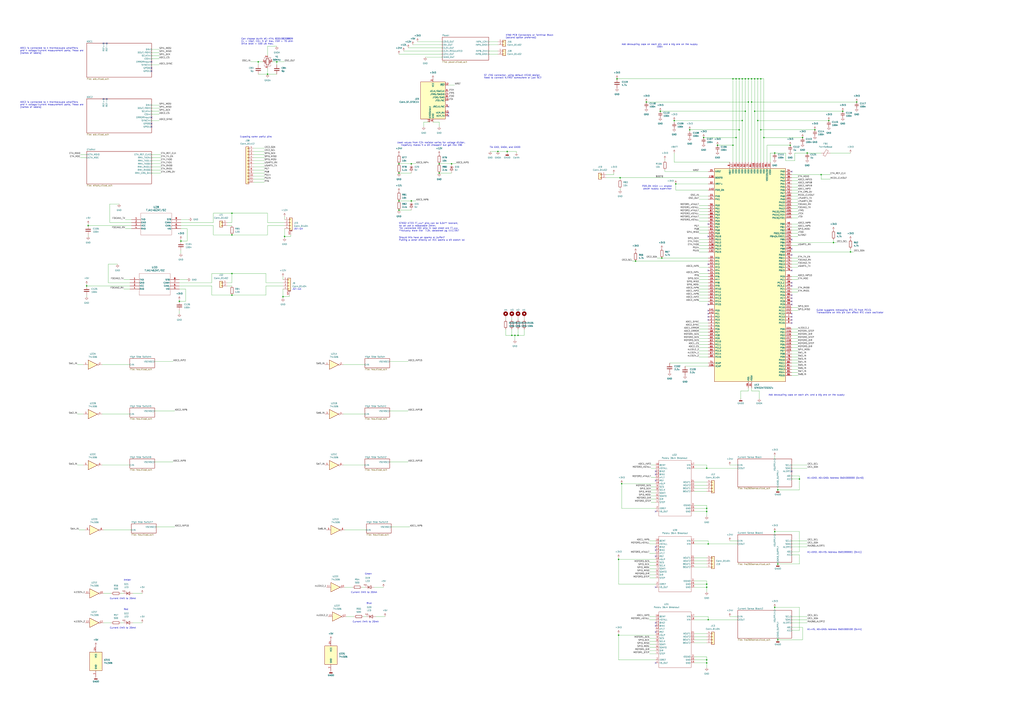
<source format=kicad_sch>
(kicad_sch (version 20231120) (generator "eeschema") (generator_version "8.0")
  (paper "A1")
  (junction (at 684.53 199.39))
  (junction (at 71.12 234.95))
  (junction (at 360.68 142.24))
  (junction (at 609.6 64.77))
  (junction (at 614.68 83.82))
  (junction (at 327.66 142.24))
  (junction (at 190.5 193.04))
  (junction (at 530.86 83.82))
  (junction (at 601.98 119.38))
  (junction (at 604.52 64.77))
  (junction (at 662.94 125.73))
  (junction (at 614.68 64.77))
  (junction (at 648.97 119.38))
  (junction (at 360.68 134.62))
  (junction (at 227.33 50.8))
  (junction (at 698.5 207.01))
  (junction (at 607.06 64.77))
  (junction (at 509.27 146.05))
  (junction (at 636.27 125.73))
  (junction (at 638.81 463.55))
  (junction (at 581.66 509.27))
  (junction (at 656.59 393.7))
  (junction (at 674.37 143.51))
  (junction (at 337.82 165.1))
  (junction (at 659.13 113.03))
  (junction (at 580.39 384.81))
  (junction (at 619.76 64.77))
  (junction (at 703.58 83.82))
  (junction (at 580.39 544.83))
  (junction (at 638.81 402.59))
  (junction (at 580.39 420.37))
  (junction (at 580.39 482.6))
  (junction (at 425.45 275.59))
  (junction (at 190.5 224.79))
  (junction (at 638.81 525.78))
  (junction (at 617.22 64.77))
  (junction (at 327.66 172.72))
  (junction (at 233.68 194.31))
  (junction (at 624.84 64.77))
  (junction (at 370.84 134.62))
  (junction (at 422.91 275.59))
  (junction (at 337.82 134.62))
  (junction (at 232.41 243.84))
  (junction (at 609.6 99.06))
  (junction (at 327.66 134.62))
  (junction (at 612.14 91.44))
  (junction (at 508 459.74))
  (junction (at 508 521.97))
  (junction (at 680.72 99.06))
  (junction (at 554.99 151.13))
  (junction (at 420.37 275.59))
  (junction (at 692.15 91.44))
  (junction (at 506.73 64.77))
  (junction (at 580.39 417.83))
  (junction (at 148.59 198.12))
  (junction (at 147.32 247.65))
  (junction (at 581.66 447.04))
  (junction (at 553.72 99.06))
  (junction (at 669.29 106.68))
  (junction (at 577.85 113.03))
  (junction (at 566.42 106.68))
  (junction (at 72.39 185.42))
  (junction (at 601.98 64.77))
  (junction (at 624.84 106.68))
  (junction (at 580.39 480.06))
  (junction (at 327.66 165.1))
  (junction (at 580.39 542.29))
  (junction (at 622.3 99.06))
  (junction (at 617.22 83.82))
  (junction (at 636.27 499.11))
  (junction (at 212.09 50.8))
  (junction (at 408.94 124.46))
  (junction (at 619.76 91.44))
  (junction (at 521.97 214.63))
  (junction (at 542.29 91.44))
  (junction (at 622.3 64.77))
  (junction (at 604.52 113.03))
  (junction (at 190.5 242.57))
  (junction (at 416.56 124.46))
  (junction (at 510.54 397.51))
  (junction (at 612.14 64.77))
  (junction (at 543.56 212.09))
  (junction (at 627.38 113.03))
  (junction (at 607.06 106.68))
  (junction (at 589.28 119.38))
  (junction (at 219.71 60.96))
  (junction (at 636.27 436.88))
  (junction (at 190.5 175.26))
  (no_connect (at 124.46 50.8))
  (no_connect (at 581.66 222.25))
  (no_connect (at 581.66 262.89))
  (no_connect (at 650.24 222.25))
  (no_connect (at 650.24 257.81))
  (no_connect (at 368.3 95.25))
  (no_connect (at 538.48 389.89))
  (no_connect (at 581.66 260.35))
  (no_connect (at 538.48 394.97))
  (no_connect (at 87.63 35.56))
  (no_connect (at 650.24 232.41))
  (no_connect (at 650.24 265.43))
  (no_connect (at 87.63 81.28))
  (no_connect (at 368.3 92.71))
  (no_connect (at 650.24 209.55))
  (no_connect (at 650.24 260.35))
  (no_connect (at 581.66 184.15))
  (no_connect (at 538.48 511.81))
  (no_connect (at 124.46 55.88))
  (no_connect (at 85.09 35.56))
  (no_connect (at 650.24 242.57))
  (no_connect (at 581.66 194.31))
  (no_connect (at 538.48 420.37))
  (no_connect (at 124.46 96.52))
  (no_connect (at 650.24 234.95))
  (no_connect (at 124.46 101.6))
  (no_connect (at 538.48 452.12))
  (no_connect (at 581.66 255.27))
  (no_connect (at 538.48 387.35))
  (no_connect (at 538.48 519.43))
  (no_connect (at 538.48 449.58))
  (no_connect (at 650.24 245.11))
  (no_connect (at 650.24 247.65))
  (no_connect (at 650.24 262.89))
  (no_connect (at 85.09 81.28))
  (no_connect (at 581.66 257.81))
  (no_connect (at 124.46 58.42))
  (no_connect (at 368.3 87.63))
  (no_connect (at 538.48 544.83))
  (no_connect (at 124.46 104.14))
  (no_connect (at 650.24 196.85))
  (no_connect (at 538.48 457.2))
  (no_connect (at 650.24 387.35))
  (no_connect (at 581.66 250.19))
  (no_connect (at 538.48 514.35))
  (no_connect (at 538.48 482.6))
  (no_connect (at 650.24 204.47))
  (no_connect (at 650.24 140.97))
  (no_connect (at 581.66 217.17))
  (no_connect (at 650.24 250.19))
  (wire (pts (xy 347.98 100.33) (xy 353.06 100.33)))
  (wire (pts (xy 422.91 275.59) (xy 425.45 275.59)))
  (wire (pts (xy 581.66 447.04) (xy 605.79 447.04)))
  (wire (pts (xy 190.5 175.26) (xy 219.71 175.26)))
  (wire (pts (xy 124.46 86.36) (xy 130.81 86.36)))
  (wire (pts (xy 553.72 99.06) (xy 609.6 99.06)))
  (wire (pts (xy 233.68 194.31) (xy 233.68 187.96)))
  (wire (pts (xy 510.54 417.83) (xy 538.48 417.83)))
  (wire (pts (xy 656.59 391.16) (xy 656.59 393.7)))
  (wire (pts (xy 577.85 113.03) (xy 604.52 113.03)))
  (wire (pts (xy 91.44 487.68) (xy 85.09 487.68)))
  (wire (pts (xy 342.9 34.29) (xy 363.22 34.29)))
  (wire (pts (xy 509.27 147.32) (xy 509.27 146.05)))
  (wire (pts (xy 599.44 382.27) (xy 605.79 382.27)))
  (wire (pts (xy 232.41 245.11) (xy 232.41 243.84)))
  (wire (pts (xy 655.32 306.07) (xy 650.24 306.07)))
  (wire (pts (xy 173.99 232.41) (xy 173.99 224.79)))
  (wire (pts (xy 508 521.97) (xy 508 520.7)))
  (wire (pts (xy 508 480.06) (xy 538.48 480.06)))
  (wire (pts (xy 152.4 247.65) (xy 147.32 247.65)))
  (wire (pts (xy 574.04 285.75) (xy 581.66 285.75)))
  (wire (pts (xy 574.04 176.53) (xy 581.66 176.53)))
  (wire (pts (xy 655.32 217.17) (xy 650.24 217.17)))
  (wire (pts (xy 655.32 186.69) (xy 650.24 186.69)))
  (wire (pts (xy 580.39 382.27) (xy 580.39 384.81)))
  (wire (pts (xy 289.56 482.6) (xy 283.21 482.6)))
  (wire (pts (xy 416.56 125.73) (xy 416.56 124.46)))
  (wire (pts (xy 574.04 171.45) (xy 581.66 171.45)))
  (wire (pts (xy 506.73 64.77) (xy 601.98 64.77)))
  (wire (pts (xy 684.53 196.85) (xy 684.53 199.39)))
  (wire (pts (xy 574.04 293.37) (xy 581.66 293.37)))
  (wire (pts (xy 655.32 146.05) (xy 650.24 146.05)))
  (wire (pts (xy 655.32 194.31) (xy 650.24 194.31)))
  (wire (pts (xy 217.17 134.62) (xy 208.28 134.62)))
  (wire (pts (xy 90.17 167.64) (xy 90.17 182.88)))
  (wire (pts (xy 624.84 64.77) (xy 624.84 106.68)))
  (wire (pts (xy 655.32 295.91) (xy 650.24 295.91)))
  (wire (pts (xy 127 337.82) (xy 143.51 337.82)))
  (wire (pts (xy 497.84 146.05) (xy 509.27 146.05)))
  (wire (pts (xy 218.44 232.41) (xy 218.44 224.79)))
  (wire (pts (xy 212.09 50.8) (xy 215.9 50.8)))
  (wire (pts (xy 124.46 48.26) (xy 130.81 48.26)))
  (wire (pts (xy 124.46 40.64) (xy 130.81 40.64)))
  (wire (pts (xy 614.68 83.82) (xy 530.86 83.82)))
  (wire (pts (xy 650.24 455.93) (xy 656.59 455.93)))
  (wire (pts (xy 307.34 482.6) (xy 314.96 482.6)))
  (wire (pts (xy 132.08 139.7) (xy 124.46 139.7)))
  (wire (pts (xy 655.32 270.51) (xy 650.24 270.51)))
  (wire (pts (xy 570.23 447.04) (xy 581.66 447.04)))
  (wire (pts (xy 415.29 275.59) (xy 420.37 275.59)))
  (wire (pts (xy 650.24 219.71) (xy 655.32 219.71)))
  (wire (pts (xy 638.81 400.05) (xy 638.81 402.59)))
  (wire (pts (xy 519.43 214.63) (xy 521.97 214.63)))
  (wire (pts (xy 425.45 275.59) (xy 430.53 275.59)))
  (wire (pts (xy 617.22 321.31) (xy 617.22 318.77)))
  (wire (pts (xy 219.71 182.88) (xy 233.68 182.88)))
  (wire (pts (xy 655.32 275.59) (xy 650.24 275.59)))
  (wire (pts (xy 341.63 134.62) (xy 337.82 134.62)))
  (wire (pts (xy 124.46 99.06) (xy 130.81 99.06)))
  (wire (pts (xy 619.76 91.44) (xy 619.76 64.77)))
  (wire (pts (xy 148.59 180.34) (xy 154.94 180.34)))
  (wire (pts (xy 533.4 527.05) (xy 538.48 527.05)))
  (wire (pts (xy 217.17 129.54) (xy 208.28 129.54)))
  (wire (pts (xy 574.04 234.95) (xy 581.66 234.95)))
  (wire (pts (xy 650.24 391.16) (xy 656.59 391.16)))
  (wire (pts (xy 425.45 270.51) (xy 425.45 275.59)))
  (wire (pts (xy 190.5 182.88) (xy 190.5 175.26)))
  (wire (pts (xy 562.61 300.99) (xy 581.66 300.99)))
  (wire (pts (xy 401.32 41.91) (xy 408.94 41.91)))
  (wire (pts (xy 72.39 185.42) (xy 107.95 185.42)))
  (wire (pts (xy 534.67 407.67) (xy 538.48 407.67)))
  (wire (pts (xy 509.27 146.05) (xy 581.66 146.05)))
  (wire (pts (xy 124.46 91.44) (xy 130.81 91.44)))
  (wire (pts (xy 601.98 64.77) (xy 601.98 119.38)))
  (wire (pts (xy 656.59 455.93) (xy 656.59 463.55)))
  (wire (pts (xy 617.22 64.77) (xy 617.22 83.82)))
  (wire (pts (xy 327.66 172.72) (xy 337.82 172.72)))
  (wire (pts (xy 652.78 132.08) (xy 645.16 132.08)))
  (wire (pts (xy 608.33 327.66) (xy 608.33 321.31)))
  (wire (pts (xy 147.32 246.38) (xy 147.32 247.65)))
  (wire (pts (xy 88.9 217.17) (xy 88.9 232.41)))
  (wire (pts (xy 574.04 191.77) (xy 581.66 191.77)))
  (wire (pts (xy 508 459.74) (xy 508 458.47)))
  (wire (pts (xy 101.6 229.87) (xy 106.68 229.87)))
  (wire (pts (xy 538.48 521.97) (xy 508 521.97)))
  (wire (pts (xy 102.87 187.96) (xy 107.95 187.96)))
  (wire (pts (xy 638.81 462.28) (xy 638.81 463.55)))
  (wire (pts (xy 217.17 127) (xy 208.28 127)))
  (wire (pts (xy 283.21 435.61) (xy 300.99 435.61)))
  (wire (pts (xy 553.72 100.33) (xy 553.72 99.06)))
  (wire (pts (xy 534.67 405.13) (xy 538.48 405.13)))
  (wire (pts (xy 533.4 447.04) (xy 538.48 447.04)))
  (wire (pts (xy 580.39 384.81) (xy 605.79 384.81)))
  (wire (pts (xy 124.46 45.72) (xy 130.81 45.72)))
  (wire (pts (xy 374.65 134.62) (xy 370.84 134.62)))
  (wire (pts (xy 632.46 125.73) (xy 636.27 125.73)))
  (wire (pts (xy 659.13 515.62) (xy 659.13 525.78)))
  (wire (pts (xy 124.46 93.98) (xy 130.81 93.98)))
  (wire (pts (xy 509.27 154.94) (xy 509.27 156.21)))
  (wire (pts (xy 629.92 119.38) (xy 648.97 119.38)))
  (wire (pts (xy 510.54 397.51) (xy 538.48 397.51)))
  (wire (pts (xy 83.82 382.27) (xy 106.68 382.27)))
  (wire (pts (xy 534.67 392.43) (xy 538.48 392.43)))
  (wire (pts (xy 132.08 137.16) (xy 124.46 137.16)))
  (wire (pts (xy 636.27 374.65) (xy 636.27 377.19)))
  (wire (pts (xy 553.72 125.73) (xy 553.72 133.35)))
  (wire (pts (xy 612.14 64.77) (xy 614.68 64.77)))
  (wire (pts (xy 599.44 506.73) (xy 605.79 506.73)))
  (wire (pts (xy 424.18 124.46) (xy 424.18 125.73)))
  (wire (pts (xy 580.39 461.01) (xy 570.23 461.01)))
  (wire (pts (xy 205.74 50.8) (xy 212.09 50.8)))
  (wire (pts (xy 632.46 133.35) (xy 632.46 125.73)))
  (wire (pts (xy 237.49 243.84) (xy 232.41 243.84)))
  (wire (pts (xy 290.83 506.73) (xy 284.48 506.73)))
  (wire (pts (xy 574.04 265.43) (xy 581.66 265.43)))
  (wire (pts (xy 401.32 34.29) (xy 408.94 34.29)))
  (wire (pts (xy 581.66 506.73) (xy 581.66 509.27)))
  (wire (pts (xy 580.39 463.55) (xy 570.23 463.55)))
  (wire (pts (xy 655.32 255.27) (xy 650.24 255.27)))
  (wire (pts (xy 533.4 529.59) (xy 538.48 529.59)))
  (wire (pts (xy 581.66 509.27) (xy 605.79 509.27)))
  (wire (pts (xy 416.56 124.46) (xy 408.94 124.46)))
  (wire (pts (xy 570.23 420.37) (xy 580.39 420.37)))
  (wire (pts (xy 109.22 487.68) (xy 116.84 487.68)))
  (wire (pts (xy 124.46 43.18) (xy 130.81 43.18)))
  (wire (pts (xy 363.22 46.99) (xy 349.25 46.99)))
  (wire (pts (xy 91.44 511.81) (xy 85.09 511.81)))
  (wire (pts (xy 415.29 270.51) (xy 415.29 275.59)))
  (wire (pts (xy 99.06 487.68) (xy 101.6 487.68)))
  (wire (pts (xy 580.39 486.41) (xy 580.39 482.6)))
  (wire (pts (xy 71.12 129.54) (xy 66.04 129.54)))
  (wire (pts (xy 132.08 134.62) (xy 124.46 134.62)))
  (wire (pts (xy 655.32 298.45) (xy 650.24 298.45)))
  (wire (pts (xy 99.06 511.81) (xy 101.6 511.81)))
  (wire (pts (xy 368.3 69.85) (xy 373.38 69.85)))
  (wire (pts (xy 534.67 402.59) (xy 538.48 402.59)))
  (wire (pts (xy 232.41 227.33) (xy 232.41 229.87)))
  (wire (pts (xy 580.39 520.7) (xy 570.23 520.7)))
  (wire (pts (xy 599.44 444.5) (xy 605.79 444.5)))
  (wire (pts (xy 233.68 195.58) (xy 233.68 194.31)))
  (wire (pts (xy 534.67 400.05) (xy 538.48 400.05)))
  (wire (pts (xy 566.42 106.68) (xy 607.06 106.68)))
  (wire (pts (xy 655.32 303.53) (xy 650.24 303.53)))
  (wire (pts (xy 580.39 458.47) (xy 570.23 458.47)))
  (wire (pts (xy 533.4 537.21) (xy 538.48 537.21)))
  (wire (pts (xy 580.39 396.24) (xy 570.23 396.24)))
  (wire (pts (xy 655.32 240.03) (xy 650.24 240.03)))
  (wire (pts (xy 497.84 143.51) (xy 504.19 143.51)))
  (wire (pts (xy 566.42 107.95) (xy 566.42 106.68)))
  (wire (pts (xy 580.39 539.75) (xy 580.39 542.29)))
  (wire (pts (xy 546.1 140.97) (xy 581.66 140.97)))
  (wire (pts (xy 623.57 321.31) (xy 617.22 321.31)))
  (wire (pts (xy 152.4 237.49) (xy 152.4 247.65)))
  (wire (pts (xy 655.32 278.13) (xy 650.24 278.13)))
  (wire (pts (xy 553.72 133.35) (xy 599.44 133.35)))
  (wire (pts (xy 650.24 518.16) (xy 656.59 518.16)))
  (wire (pts (xy 604.52 64.77) (xy 604.52 113.03)))
  (wire (pts (xy 63.5 299.72) (xy 68.58 299.72)))
  (wire (pts (xy 370.84 134.62) (xy 360.68 134.62)))
  (wire (pts (xy 420.37 275.59) (xy 422.91 275.59)))
  (wire (pts (xy 128.27 433.07) (xy 143.51 433.07)))
  (wire (pts (xy 574.04 204.47) (xy 581.66 204.47)))
  (wire (pts (xy 101.6 237.49) (xy 106.68 237.49)))
  (wire (pts (xy 617.22 83.82) (xy 703.58 83.82)))
  (wire (pts (xy 604.52 64.77) (xy 607.06 64.77)))
  (wire (pts (xy 533.4 524.51) (xy 538.48 524.51)))
  (wire (pts (xy 655.32 158.75) (xy 650.24 158.75)))
  (wire (pts (xy 420.37 270.51) (xy 420.37 275.59)))
  (wire (pts (xy 124.46 53.34) (xy 130.81 53.34)))
  (wire (pts (xy 219.71 60.96) (xy 212.09 60.96)))
  (wire (pts (xy 281.94 340.36) (xy 299.72 340.36)))
  (wire (pts (xy 360.68 104.14) (xy 360.68 100.33)))
  (wire (pts (xy 217.17 121.92) (xy 208.28 121.92)))
  (wire (pts (xy 339.09 36.83) (xy 363.22 36.83)))
  (wire (pts (xy 190.5 242.57) (xy 218.44 242.57)))
  (wire (pts (xy 71.12 243.84) (xy 71.12 242.57)))
  (wire (pts (xy 430.53 261.62) (xy 430.53 262.89)))
  (wire (pts (xy 574.04 201.93) (xy 581.66 201.93)))
  (wire (pts (xy 148.59 187.96) (xy 153.67 187.96)))
  (wire (pts (xy 580.39 466.09) (xy 570.23 466.09)))
  (wire (pts (xy 655.32 191.77) (xy 650.24 191.77)))
  (wire (pts (xy 570.23 382.27) (xy 580.39 382.27)))
  (wire (pts (xy 570.23 480.06) (xy 580.39 480.06)))
  (wire (pts (xy 533.4 509.27) (xy 538.48 509.27)))
  (wire (pts (xy 698.5 207.01) (xy 701.04 207.01)))
  (wire (pts (xy 624.84 133.35) (xy 624.84 106.68)))
  (wire (pts (xy 614.68 133.35) (xy 614.68 83.82)))
  (wire (pts (xy 148.59 182.88) (xy 175.26 182.88)))
  (wire (pts (xy 656.59 518.16) (xy 656.59 499.11)))
  (wire (pts (xy 607.06 106.68) (xy 607.06 133.35)))
  (wire (pts (xy 321.31 433.07) (xy 336.55 433.07)))
  (wire (pts (xy 614.68 321.31) (xy 614.68 318.77)))
  (wire (pts (xy 320.04 379.73) (xy 335.28 379.73)))
  (wire (pts (xy 420.37 261.62) (xy 420.37 262.89)))
  (wire (pts (xy 127 297.18) (xy 142.24 297.18)))
  (wire (pts (xy 508 542.29) (xy 508 521.97)))
  (wire (pts (xy 622.3 133.35) (xy 622.3 99.06)))
  (wire (pts (xy 218.44 234.95) (xy 232.41 234.95)))
  (wire (pts (xy 601.98 64.77) (xy 604.52 64.77)))
  (wire (pts (xy 320.04 337.82) (xy 335.28 337.82)))
  (wire (pts (xy 655.32 173.99) (xy 650.24 173.99)))
  (wire (pts (xy 624.84 64.77) (xy 627.38 64.77)))
  (wire (pts (xy 574.04 186.69) (xy 581.66 186.69)))
  (wire (pts (xy 574.04 181.61) (xy 581.66 181.61)))
  (wire (pts (xy 580.39 525.78) (xy 570.23 525.78)))
  (wire (pts (xy 580.39 477.52) (xy 580.39 480.06)))
  (wire (pts (xy 218.44 234.95) (xy 218.44 242.57)))
  (wire (pts (xy 629.92 133.35) (xy 629.92 119.38)))
  (wire (pts (xy 681.99 147.32) (xy 674.37 147.32)))
  (wire (pts (xy 401.32 36.83) (xy 408.94 36.83)))
  (wire (pts (xy 650.24 229.87) (xy 655.32 229.87)))
  (wire (pts (xy 219.71 182.88) (xy 219.71 175.26)))
  (wire (pts (xy 543.56 212.09) (xy 581.66 212.09)))
  (wire (pts (xy 650.24 515.62) (xy 659.13 515.62)))
  (wire (pts (xy 645.16 125.73) (xy 636.27 125.73)))
  (wire (pts (xy 538.48 459.74) (xy 508 459.74)))
  (wire (pts (xy 109.22 511.81) (xy 116.84 511.81)))
  (wire (pts (xy 655.32 283.21) (xy 650.24 283.21)))
  (wire (pts (xy 655.32 212.09) (xy 650.24 212.09)))
  (wire (pts (xy 570.23 384.81) (xy 580.39 384.81)))
  (wire (pts (xy 217.17 132.08) (xy 208.28 132.08)))
  (wire (pts (xy 580.39 403.86) (xy 570.23 403.86)))
  (wire (pts (xy 604.52 113.03) (xy 604.52 133.35)))
  (wire (pts (xy 147.32 232.41) (xy 173.99 232.41)))
  (wire (pts (xy 186.69 182.88) (xy 190.5 182.88)))
  (wire (pts (xy 533.4 469.9) (xy 538.48 469.9)))
  (wire (pts (xy 636.27 436.88) (xy 636.27 439.42)))
  (wire (pts (xy 662.94 125.73) (xy 674.37 125.73)))
  (wire (pts (xy 581.66 156.21) (xy 554.99 156.21)))
  (wire (pts (xy 601.98 133.35) (xy 601.98 119.38)))
  (wire (pts (xy 607.06 64.77) (xy 609.6 64.77)))
  (wire (pts (xy 574.04 163.83) (xy 581.66 163.83)))
  (wire (pts (xy 650.24 453.39) (xy 656.59 453.39)))
  (wire (pts (xy 83.82 340.36) (xy 106.68 340.36)))
  (wire (pts (xy 190.5 193.04) (xy 219.71 193.04)))
  (wire (pts (xy 64.77 435.61) (xy 69.85 435.61)))
  (wire (pts (xy 153.67 198.12) (xy 148.59 198.12)))
  (wire (pts (xy 608.33 321.31) (xy 614.68 321.31)))
  (wire (pts (xy 147.32 237.49) (xy 152.4 237.49)))
  (wire (pts (xy 238.76 194.31) (xy 233.68 194.31)))
  (wire (pts (xy 636.27 499.11) (xy 636.27 501.65)))
  (wire (pts (xy 190.5 185.42) (xy 186.69 185.42)))
  (wire (pts (xy 227.33 53.34) (xy 227.33 50.8)))
  (wire (pts (xy 148.59 185.42) (xy 175.26 185.42)))
  (wire (pts (xy 173.99 242.57) (xy 190.5 242.57)))
  (wire (pts (xy 63.5 382.27) (xy 68.58 382.27)))
  (wire (pts (xy 698.5 204.47) (xy 698.5 207.01)))
  (wire (pts (xy 219.71 185.42) (xy 233.68 185.42)))
  (wire (pts (xy 570.23 482.6) (xy 580.39 482.6)))
  (wire (pts (xy 574.04 247.65) (xy 581.66 247.65)))
  (wire (pts (xy 416.56 124.46) (xy 424.18 124.46)))
  (wire (pts (xy 655.32 300.99) (xy 650.24 300.99)))
  (wire (pts (xy 539.75 212.09) (xy 543.56 212.09)))
  (wire (pts (xy 72.39 185.42) (xy 72.39 184.15)))
  (wire (pts (xy 422.91 275.59) (xy 422.91 279.4)))
  (wire (pts (xy 684.53 199.39) (xy 687.07 199.39)))
  (wire (pts (xy 655.32 288.29) (xy 650.24 288.29)))
  (wire (pts (xy 227.33 38.1) (xy 219.71 38.1)))
  (wire (pts (xy 574.04 189.23) (xy 581.66 189.23)))
  (wire (pts (xy 655.32 285.75) (xy 650.24 285.75)))
  (wire (pts (xy 609.6 99.06) (xy 609.6 133.35)))
  (wire (pts (xy 132.08 129.54) (xy 124.46 129.54)))
  (wire (pts (xy 574.04 270.51) (xy 581.66 270.51)))
  (wire (pts (xy 659.13 525.78) (xy 638.81 525.78)))
  (wire (pts (xy 504.19 142.24) (xy 504.19 143.51)))
  (wire (pts (xy 574.04 283.21) (xy 581.66 283.21)))
  (wire (pts (xy 570.23 539.75) (xy 580.39 539.75)))
  (wire (pts (xy 574.04 207.01) (xy 581.66 207.01)))
  (wire (pts (xy 614.68 64.77) (xy 617.22 64.77)))
  (wire (pts (xy 574.04 161.29) (xy 581.66 161.29)))
  (wire (pts (xy 580.39 523.24) (xy 570.23 523.24)))
  (wire (pts (xy 655.32 237.49) (xy 650.24 237.49)))
  (wire (pts (xy 655.32 163.83) (xy 650.24 163.83)))
  (wire (pts (xy 217.17 144.78) (xy 208.28 144.78)))
  (wire (pts (xy 627.38 64.77) (xy 627.38 113.03)))
  (wire (pts (xy 655.32 176.53) (xy 650.24 176.53)))
  (wire (pts (xy 71.12 234.95) (xy 106.68 234.95)))
  (wire (pts (xy 580.39 415.29) (xy 580.39 417.83)))
  (wire (pts (xy 546.1 139.7) (xy 546.1 140.97)))
  (wire (pts (xy 580.39 480.06) (xy 580.39 482.6)))
  (wire (pts (xy 674.37 143.51) (xy 650.24 143.51)))
  (wire (pts (xy 175.26 175.26) (xy 190.5 175.26)))
  (wire (pts (xy 533.4 454.66) (xy 538.48 454.66)))
  (wire (pts (xy 655.32 148.59) (xy 650.24 148.59)))
  (wire (pts (xy 510.54 417.83) (xy 510.54 397.51)))
  (wire (pts (xy 570.23 542.29) (xy 580.39 542.29)))
  (wire (pts (xy 580.39 548.64) (xy 580.39 544.83)))
  (wire (pts (xy 219.71 55.88) (xy 219.71 60.96)))
  (wire (pts (xy 331.47 41.91) (xy 363.22 41.91)))
  (wire (pts (xy 175.26 185.42) (xy 175.26 193.04)))
  (wire (pts (xy 655.32 179.07) (xy 650.24 179.07)))
  (wire (pts (xy 655.32 308.61) (xy 650.24 308.61)))
  (wire (pts (xy 623.57 327.66) (xy 623.57 321.31)))
  (wire (pts (xy 617.22 133.35) (xy 617.22 83.82)))
  (wire (pts (xy 533.4 467.36) (xy 538.48 467.36)))
  (wire (pts (xy 655.32 153.67) (xy 650.24 153.67)))
  (wire (pts (xy 297.18 482.6) (xy 299.72 482.6)))
  (wire (pts (xy 580.39 417.83) (xy 580.39 420.37)))
  (wire (pts (xy 217.17 142.24) (xy 208.28 142.24)))
  (wire (pts (xy 341.63 165.1) (xy 337.82 165.1)))
  (wire (pts (xy 508 542.29) (xy 538.48 542.29)))
  (wire (pts (xy 337.82 134.62) (xy 327.66 134.62)))
  (wire (pts (xy 570.23 506.73) (xy 581.66 506.73)))
  (wire (pts (xy 574.04 196.85) (xy 581.66 196.85)))
  (wire (pts (xy 190.5 224.79) (xy 218.44 224.79)))
  (wire (pts (xy 650.24 449.58) (xy 662.94 449.58)))
  (wire (pts (xy 650.24 447.04) (xy 662.94 447.04)))
  (wire (pts (xy 656.59 393.7) (xy 656.59 402.59)))
  (wire (pts (xy 655.32 151.13) (xy 650.24 151.13)))
  (wire (pts (xy 574.04 219.71) (xy 581.66 219.71)))
  (wire (pts (xy 574.04 267.97) (xy 581.66 267.97)))
  (wire (pts (xy 655.32 166.37) (xy 650.24 166.37)))
  (wire (pts (xy 655.32 280.67) (xy 650.24 280.67)))
  (wire (pts (xy 186.69 232.41) (xy 190.5 232.41)))
  (wire (pts (xy 153.67 187.96) (xy 153.67 198.12)))
  (wire (pts (xy 147.32 234.95) (xy 173.99 234.95)))
  (wire (pts (xy 217.17 149.86) (xy 208.28 149.86)))
  (wire (pts (xy 218.44 232.41) (xy 232.41 232.41)))
  (wire (pts (xy 554.99 151.13) (xy 581.66 151.13)))
  (wire (pts (xy 102.87 180.34) (xy 107.95 180.34)))
  (wire (pts (xy 281.94 299.72) (xy 299.72 299.72)))
  (wire (pts (xy 580.39 528.32) (xy 570.23 528.32)))
  (wire (pts (xy 645.16 132.08) (xy 645.16 125.73)))
  (wire (pts (xy 534.67 384.81) (xy 538.48 384.81)))
  (wire (pts (xy 655.32 227.33) (xy 650.24 227.33)))
  (wire (pts (xy 619.76 91.44) (xy 692.15 91.44)))
  (wire (pts (xy 652.78 125.73) (xy 652.78 132.08)))
  (wire (pts (xy 614.68 64.77) (xy 614.68 83.82)))
  (wire (pts (xy 656.59 453.39) (xy 656.59 436.88)))
  (wire (pts (xy 402.59 124.46) (xy 408.94 124.46)))
  (wire (pts (xy 219.71 38.1) (xy 219.71 45.72)))
  (wire (pts (xy 612.14 133.35) (xy 612.14 91.44)))
  (wire (pts (xy 175.26 193.04) (xy 190.5 193.04)))
  (wire (pts (xy 549.91 298.45) (xy 581.66 298.45)))
  (wire (pts (xy 554.99 156.21) (xy 554.99 151.13)))
  (wire (pts (xy 190.5 234.95) (xy 186.69 234.95)))
  (wire (pts (xy 281.94 382.27) (xy 299.72 382.27)))
  (wire (pts (xy 650.24 511.81) (xy 662.94 511.81)))
  (wire (pts (xy 619.76 133.35) (xy 619.76 91.44)))
  (wire (pts (xy 337.82 165.1) (xy 327.66 165.1)))
  (wire (pts (xy 147.32 257.81) (xy 147.32 255.27)))
  (wire (pts (xy 574.04 278.13) (xy 581.66 278.13)))
  (wire (pts (xy 90.17 182.88) (xy 107.95 182.88)))
  (wire (pts (xy 650.24 506.73) (xy 662.94 506.73)))
  (wire (pts (xy 574.04 199.39) (xy 581.66 199.39)))
  (wire (pts (xy 127 379.73) (xy 142.24 379.73)))
  (wire (pts (xy 580.39 542.29) (xy 580.39 544.83)))
  (wire (pts (xy 217.17 139.7) (xy 208.28 139.7)))
  (wire (pts (xy 674.37 147.32) (xy 674.37 143.51)))
  (wire (pts (xy 624.84 106.68) (xy 669.29 106.68)))
  (wire (pts (xy 63.5 340.36) (xy 68.58 340.36)))
  (wire (pts (xy 570.23 544.83) (xy 580.39 544.83)))
  (wire (pts (xy 609.6 64.77) (xy 609.6 99.06)))
  (wire (pts (xy 574.04 273.05) (xy 581.66 273.05)))
  (wire (pts (xy 190.5 232.41) (xy 190.5 224.79)))
  (wire (pts (xy 655.32 168.91) (xy 650.24 168.91)))
  (wire (pts (xy 533.4 534.67) (xy 538.48 534.67)))
  (wire (pts (xy 335.28 39.37) (xy 363.22 39.37)))
  (wire (pts (xy 320.04 297.18) (xy 335.28 297.18)))
  (wire (pts (xy 638.81 524.51) (xy 638.81 525.78)))
  (wire (pts (xy 655.32 290.83) (xy 650.24 290.83)))
  (wire (pts (xy 570.23 509.27) (xy 581.66 509.27)))
  (wire (pts (xy 327.66 142.24) (xy 337.82 142.24)))
  (wire (pts (xy 347.98 104.14) (xy 347.98 100.33)))
  (wire (pts (xy 533.4 462.28) (xy 538.48 462.28)))
  (wire (pts (xy 534.67 410.21) (xy 538.48 410.21)))
  (wire (pts (xy 233.68 177.8) (xy 233.68 180.34)))
  (wire (pts (xy 71.12 234.95) (xy 71.12 233.68)))
  (wire (pts (xy 655.32 156.21) (xy 650.24 156.21)))
  (wire (pts (xy 656.59 463.55) (xy 638.81 463.55)))
  (wire (pts (xy 533.4 506.73) (xy 538.48 506.73)))
  (wire (pts (xy 534.67 412.75) (xy 538.48 412.75)))
  (wire (pts (xy 219.71 60.96) (xy 227.33 60.96)))
  (wire (pts (xy 533.4 472.44) (xy 538.48 472.44)))
  (wire (pts (xy 238.76 193.04) (xy 238.76 194.31)))
  (wire (pts (xy 72.39 194.31) (xy 72.39 193.04)))
  (wire (pts (xy 546.1 130.81) (xy 546.1 132.08)))
  (wire (pts (xy 147.32 229.87) (xy 153.67 229.87)))
  (wire (pts (xy 636.27 499.11) (xy 656.59 499.11)))
  (wire (pts (xy 580.39 401.32) (xy 570.23 401.32)))
  (wire (pts (xy 212.09 53.34) (xy 212.09 50.8)))
  (wire (pts (xy 237.49 242.57) (xy 237.49 243.84)))
  (wire (pts (xy 627.38 133.35) (xy 627.38 113.03)))
  (wire (pts (xy 574.04 275.59) (xy 581.66 275.59)))
  (wire (pts (xy 581.66 444.5) (xy 581.66 447.04)))
  (wire (pts (xy 574.04 237.49) (xy 581.66 237.49)))
  (wire (pts (xy 650.24 509.27) (xy 662.94 509.27)))
  (wire (pts (xy 655.32 171.45) (xy 650.24 171.45)))
  (wire (pts (xy 612.14 91.44) (xy 542.29 91.44)))
  (wire (pts (xy 219.71 185.42) (xy 219.71 193.04)))
  (wire (pts (xy 580.39 398.78) (xy 570.23 398.78)))
  (wire (pts (xy 574.04 288.29) (xy 581.66 288.29)))
  (wire (pts (xy 636.27 436.88) (xy 656.59 436.88)))
  (wire (pts (xy 327.66 44.45) (xy 363.22 44.45)))
  (wire (pts (xy 681.99 125.73) (xy 698.5 125.73)))
  (wire (pts (xy 533.4 532.13) (xy 538.48 532.13)))
  (wire (pts (xy 607.06 64.77) (xy 607.06 106.68)))
  (wire (pts (xy 570.23 444.5) (xy 581.66 444.5)))
  (wire (pts (xy 227.33 50.8) (xy 233.68 50.8)))
  (wire (pts (xy 148.59 196.85) (xy 148.59 198.12)))
  (wire (pts (xy 415.29 261.62) (xy 415.29 262.89)))
  (wire (pts (xy 650.24 384.81) (xy 662.94 384.81)))
  (wire (pts (xy 533.4 464.82) (xy 538.48 464.82)))
  (wire (pts (xy 173.99 234.95) (xy 173.99 242.57)))
  (wire (pts (xy 650.24 207.01) (xy 698.5 207.01)))
  (wire (pts (xy 655.32 201.93) (xy 650.24 201.93)))
  (wire (pts (xy 173.99 224.79) (xy 190.5 224.79)))
  (wire (pts (xy 298.45 506.73) (xy 300.99 506.73)))
  (wire (pts (xy 627.38 113.03) (xy 659.13 113.03)))
  (wire (pts (xy 655.32 214.63) (xy 650.24 214.63)))
  (wire (pts (xy 570.23 477.52) (xy 580.39 477.52)))
  (wire (pts (xy 217.17 124.46) (xy 208.28 124.46)))
  (wire (pts (xy 570.23 415.29) (xy 580.39 415.29)))
  (wire (pts (xy 574.04 280.67) (xy 581.66 280.67)))
  (wire (pts (xy 612.14 64.77) (xy 612.14 91.44)))
  (wire (pts (xy 232.41 243.84) (xy 232.41 237.49)))
  (wire (pts (xy 533.4 474.98) (xy 538.48 474.98)))
  (wire (pts (xy 508 480.06) (xy 508 459.74)))
  (wire (pts (xy 570.23 417.83) (xy 580.39 417.83)))
  (wire (pts (xy 655.32 189.23) (xy 650.24 189.23)))
  (wire (pts (xy 534.67 382.27) (xy 538.48 382.27)))
  (wire (pts (xy 574.04 168.91) (xy 581.66 168.91)))
  (wire (pts (xy 601.98 119.38) (xy 589.28 119.38)))
  (wire (pts (xy 656.59 402.59) (xy 638.81 402.59)))
  (wire (pts (xy 650.24 382.27) (xy 662.94 382.27)))
  (wire (pts (xy 617.22 64.77) (xy 619.76 64.77)))
  (wire (pts (xy 66.04 127) (xy 71.12 127)))
  (wire (pts (xy 401.32 44.45) (xy 408.94 44.45)))
  (wire (pts (xy 227.33 50.8) (xy 223.52 50.8)))
  (wire (pts (xy 655.32 184.15) (xy 650.24 184.15)))
  (wire (pts (xy 533.4 444.5) (xy 538.48 444.5)))
  (wire (pts (xy 360.68 142.24) (xy 370.84 142.24)))
  (wire (pts (xy 83.82 299.72) (xy 106.68 299.72)))
  (wire (pts (xy 574.04 245.11) (xy 581.66 245.11)))
  (wire (pts (xy 132.08 142.24) (xy 124.46 142.24)))
  (wire (pts (xy 574.04 242.57) (xy 581.66 242.57)))
  (wire (pts (xy 308.61 506.73) (xy 316.23 506.73)))
  (wire (pts (xy 85.09 435.61) (xy 107.95 435.61)))
  (wire (pts (xy 124.46 88.9) (xy 130.81 88.9)))
  (wire (pts (xy 662.94 125.73) (xy 652.78 125.73)))
  (wire (pts (xy 574.04 290.83) (xy 581.66 290.83)))
  (wire (pts (xy 574.04 224.79) (xy 581.66 224.79)))
  (wire (pts (xy 96.52 217.17) (xy 88.9 217.17)))
  (wire (pts (xy 650.24 393.7) (xy 656.59 393.7)))
  (wire (pts (xy 217.17 147.32) (xy 208.28 147.32)))
  (wire (pts (xy 132.08 132.08) (xy 124.46 132.08)))
  (wire (pts (xy 650.24 444.5) (xy 662.94 444.5)))
  (wire (pts (xy 574.04 227.33) (xy 581.66 227.33)))
  (wire (pts (xy 574.04 232.41) (xy 581.66 232.41)))
  (wire (pts (xy 88.9 232.41) (xy 106.68 232.41)))
  (wire (pts (xy 574.04 173.99) (xy 581.66 173.99)))
  (wire (pts (xy 619.76 64.77) (xy 622.3 64.77)))
  (wire (pts (xy 609.6 64.77) (xy 612.14 64.77)))
  (wire (pts (xy 574.04 240.03) (xy 581.66 240.03)))
  (wire (pts (xy 148.59 208.28) (xy 148.59 205.74)))
  (wire (pts (xy 655.32 293.37) (xy 650.24 293.37)))
  (wire (pts (xy 175.26 182.88) (xy 175.26 175.26)))
  (wire (pts (xy 360.68 100.33) (xy 355.6 100.33)))
  (wire (pts (xy 521.97 214.63) (xy 581.66 214.63)))
  (wire (pts (xy 622.3 99.06) (xy 680.72 99.06)))
  (wire (pts (xy 132.08 127) (xy 124.46 127)))
  (wire (pts (xy 574.04 229.87) (xy 581.66 229.87)))
  (wire (pts (xy 622.3 99.06) (xy 622.3 64.77)))
  (wire (pts (xy 425.45 261.62) (xy 425.45 262.89)))
  (wire (pts (xy 650.24 199.39) (xy 684.53 199.39)))
  (wire (pts (xy 217.17 137.16) (xy 208.28 137.16)))
  (wire (pts (xy 681.99 143.51) (xy 674.37 143.51)))
  (wire (pts (xy 580.39 424.18) (xy 580.39 420.37)))
  (wire (pts (xy 655.32 252.73) (xy 650.24 252.73)))
  (wire (pts (xy 574.04 179.07) (xy 581.66 179.07)))
  (wire (pts (xy 430.53 275.59) (xy 430.53 270.51)))
  (wire (pts (xy 97.79 167.64) (xy 90.17 167.64)))
  (wire (pts (xy 655.32 273.05) (xy 650.24 273.05)))
  (wire (pts (xy 655.32 161.29) (xy 650.24 161.29)))
  (wire (pts (xy 622.3 64.77) (xy 624.84 64.77)))
  (text "A1=VS, A0=GND: Address 0b01000100 (0x44)" (at 662.94 518.16 0) (effects (font (size 1.27 1.27)) (justify left bottom)))
  (text "Exposing some useful pins" (at 197.104 113.284 0) (effects (font (size 1.27 1.27)) (justify left bottom)))
  (text "A1=GND, A0=GND: Address 0b01000000 (0x40)" (at 662.94 393.7 0) (effects (font (size 1.27 1.27)) (justify left bottom)))
  (text "ST JTAG connector, using default KiCAD design\nNeed to connect NJTRST somewhere or just NC?" (at 397.51 64.77 0) (effects (font (size 1.27 1.27)) (justify left bottom)))
  (text "Can choose Wurth WE-XTAL 830108208809\nCL = 10pF, C0= 5 pF max, ESR = 70 ohm\nDrive level = 100 uW max." (at 198.12 36.83 0) (effects (font (size 1.27 1.27)) (justify left bottom)))
  (text "PDR_ON HIGH => enable \npower supply supervisor" (at 540.004 154.178 0) (effects (font (size 1.27 1.27))))
  (text "Tie GND, GNDA, and GNDD\n" (at 414.782 121.158 0) (effects (font (size 1.27 1.27))))
  (text "Green" (at 299.72 472.44 0) (effects (font (size 1.27 1.27)) (justify left bottom)))
  (text "Should this have an opamp or buffer? \nPutting a zener directly on VCC seems a bit sketch lol" (at 327.66 198.12 0) (effects (font (size 1.27 1.27)) (justify left bottom)))
  (text "ADC1 is connected to 4 thermocouple amplifiers\nand 4 voltage/current measurement ports. These are\n{names of labels}" (at 16.51 44.45 0) (effects (font (size 1.27 1.27)) (justify left bottom)))
  (text "Amber" (at 101.6 477.52 0) (effects (font (size 1.27 1.27)) (justify left bottom)))
  (text "ADC2 is connected to 4 thermocouple amplifiers\nand 4 voltage/current measurement ports. These are\n{names of labels}" (at 16.51 88.9 0) (effects (font (size 1.27 1.27)) (justify left bottom)))
  (text "Used values from E24 resistor series for voltage divider. \nhopefully makes it a bit cheaper? but get like E96" (at 354.584 118.364 0) (effects (font (size 1.27 1.27))))
  (text "Current limit to 20mA\n" (at 90.17 492.76 0) (effects (font (size 1.27 1.27)) (justify left bottom)))
  (text "Red" (at 101.6 501.65 0) (effects (font (size 1.27 1.27)) (justify left bottom)))
  (text "Add decoupling caps on each pin, and a big one on the supply" (at 662.432 324.612 0) (effects (font (size 1.27 1.27))))
  (text "Current limit to 20mA\n" (at 289.56 511.81 0) (effects (font (size 1.27 1.27)) (justify left bottom)))
  (text "STM32 H723 FT_xxx* pins can be 5.5V** tolerant, \nso we use a reasonable Zener. \n*All connected ADC pins in root sheet are FT_xxx\n**Actually more like  7.3V, datasheet pg 111/257" (at 327.66 190.5 0) (effects (font (size 1.27 1.27)) (justify left bottom)))
  (text "Current limit to 20mA\n" (at 90.17 516.89 0) (effects (font (size 1.27 1.27)) (justify left bottom)))
  (text "JST-GH" (at 240.03 238.506 0) (effects (font (size 1.27 1.27)) (justify left bottom)))
  (text "XT60 PCB Connectors or Terminal Block\n(second option preferred)" (at 415.29 31.75 0) (effects (font (size 1.27 1.27)) (justify left bottom)))
  (text "Blue" (at 300.99 496.57 0) (effects (font (size 1.27 1.27)) (justify left bottom)))
  (text "Add decoupling caps on each pin, and a big one on the supply\n100n" (at 541.782 37.592 0) (effects (font (size 1.27 1.27))))
  (text "A1=GND, A0=VS: Address 0b01000001 (0x41)" (at 662.94 454.66 0) (effects (font (size 1.27 1.27)) (justify left bottom)))
  (text "JST-GH" (at 241.3 188.976 0) (effects (font (size 1.27 1.27)) (justify left bottom)))
  (text "Current limit to 20mA\n" (at 288.29 487.68 0) (effects (font (size 1.27 1.27)) (justify left bottom)))
  (text "Guide suggests remapping RTC_TS from PC13.\nTransactions on this pin can affect RTC clock oscillator" (at 670.56 257.81 0) (effects (font (size 1.27 1.27)) (justify left bottom)))
  (label "MOTOR2_SCS" (at 534.67 400.05 180))
  (label "MOTOR1_DIR" (at 533.4 534.67 180))
  (label "ETH_CRS_DV" (at 132.08 142.24 0))
  (label "I2C1_SDA" (at 662.94 509.27 0))
  (label "SPI3_MOSI" (at 655.32 189.23 0))
  (label "ADC2_INP10" (at 143.51 433.07 0))
  (label "ADC2_ERROR" (at 574.04 273.05 180))
  (label "NRST" (at 373.38 69.85 0))
  (label "I2C2_SDA" (at 539.75 212.09 180))
  (label "ADC1_INP6" (at 336.55 433.07 0))
  (label "nLED24_2" (at 574.04 293.37 180))
  (label "JTDO" (at 655.32 191.77 0))
  (label "FDCAN2_RX" (at 655.32 214.63 0))
  (label "MOTOR3_SCS" (at 574.04 280.67 180))
  (label "I2C2_SCL" (at 217.17 124.46 0))
  (label "USART1_TX" (at 217.17 137.16 0))
  (label "nLED24_1" (at 69.85 487.68 180))
  (label "ADC2_INP2" (at 574.04 245.11 180))
  (label "I2C1_SCL" (at 687.07 199.39 0))
  (label "SW5_IN" (at 266.7 299.72 180))
  (label "MOTOR2_DIR" (at 655.32 280.67 0))
  (label "BOOT0" (at 538.48 146.05 0))
  (label "JTMS" (at 655.32 173.99 0))
  (label "I2C2_SCL" (at 519.43 214.63 180))
  (label "NJTRST" (at 655.32 194.31 0))
  (label "ETH_RXD0" (at 132.08 137.16 0))
  (label "SPI3_MOSI" (at 533.4 532.13 180))
  (label "MOTOR2_nFAULT" (at 574.04 173.99 180))
  (label "PG7" (at 574.04 186.69 180))
  (label "ADC2_INP9" (at 655.32 184.15 0))
  (label "ADC2_INP18" (at 655.32 151.13 0))
  (label "MOTOR1_SCS" (at 533.4 524.51 180))
  (label "LPUART1_RX" (at 655.32 166.37 0))
  (label "MOTOR3_SCS" (at 533.4 462.28 180))
  (label "FDCAN2_RX" (at 101.6 237.49 180))
  (label "ADC1_INP2" (at 574.04 240.03 180))
  (label "MOTOR2_nFAULT" (at 534.67 392.43 180))
  (label "ADC1_SYNC" (at 130.81 53.34 0))
  (label "PG8" (at 217.17 142.24 0))
  (label "SW6_IN" (at 266.7 340.36 180))
  (label "SPI1_MISO" (at 130.81 43.18 0))
  (label "NRST" (at 574.04 140.97 180))
  (label "ADC1_INP5" (at 655.32 186.69 0))
  (label "USART1_TX" (at 655.32 219.71 0))
  (label "JTMS" (at 368.3 77.47 0))
  (label "I2C2_SDA" (at 217.17 121.92 0))
  (label "ADC1_ERROR" (at 574.04 270.51 180))
  (label "SPI1_MOSI" (at 655.32 288.29 0))
  (label "ADC1_INP3" (at 655.32 156.21 0))
  (label "FDCAN1_RX" (at 655.32 168.91 0))
  (label "ETH_TXD1" (at 132.08 134.62 0))
  (label "SW6_IN" (at 655.32 303.53 0))
  (label "I2C1_SDA" (at 662.94 384.81 0))
  (label "SPI3_MOSI" (at 533.4 467.36 180))
  (label "SPI3_SCK" (at 655.32 252.73 0))
  (label "OSC_OUT" (at 574.04 163.83 180))
  (label "MCO1_CLKOUT" (at 655.32 161.29 0))
  (label "SPI3_MISO" (at 655.32 255.27 0))
  (label "OSC_IN" (at 574.04 161.29 180))
  (label "SPI5_SCK" (at 574.04 229.87 180))
  (label "OSC_OUT" (at 233.68 50.8 0))
  (label "ADC1_INP3" (at 533.4 506.73 180))
  (label "ETH_TXD1" (at 574.04 199.39 180))
  (label "ETH_CRS_DV" (at 655.32 158.75 0))
  (label "ETH_TXD0" (at 574.04 201.93 180))
  (label "FDCAN1_RX" (at 102.87 187.96 180))
  (label "MOTOR3_STEP" (at 655.32 283.21 0))
  (label "I2C1_SDA" (at 662.94 447.04 0))
  (label "ADC2_CS" (at 130.81 93.98 0))
  (label "ADC1_INP5" (at 533.4 444.5 180))
  (label "FDCAN2_TX" (at 101.6 229.87 180))
  (label "ADC3_INP4" (at 341.63 134.62 0))
  (label "MOTOR2_STEP" (at 655.32 278.13 0))
  (label "nLED12_2" (at 574.04 288.29 180))
  (label "MOTOR1_STEP" (at 533.4 537.21 180))
  (label "MOTOR2_STEP" (at 534.67 412.75 180))
  (label "MOTOR3_nFAULT" (at 533.4 454.66 180))
  (label "SPI1_MOSI" (at 130.81 40.64 0))
  (label "ADC2_INP6" (at 143.51 337.82 0))
  (label "I2C1_SDA" (at 701.04 207.01 0))
  (label "ADC2_SYNC" (at 574.04 267.97 180))
  (label "nLED12_1" (at 655.32 270.51 0))
  (label "MOTOR3_STEP" (at 533.4 474.98 180))
  (label "MCO1_CLKOUT" (at 681.99 147.32 0))
  (label "ADC2_CS" (at 574.04 285.75 180))
  (label "SW7_IN" (at 266.7 382.27 180))
  (label "ETH_RXD0" (at 655.32 237.49 0))
  (label "MOTOR2_SCS" (at 574.04 278.13 180))
  (label "SW1_IN" (at 655.32 290.83 0))
  (label "PG15" (at 574.04 207.01 180))
  (label "JTDO" (at 368.3 80.01 0))
  (label "ETH_REF_CLK" (at 132.08 127 0))
  (label "SPI3_SCK" (at 533.4 464.82 180))
  (label "OSC_IN" (at 205.74 50.8 180))
  (label "SPI3_MISO" (at 534.67 405.13 180))
  (label "ADC2_SYNC" (at 130.81 99.06 0))
  (label "ETH_MDIO" (at 66.04 127 180))
  (label "MOTOR3_DIR" (at 533.4 472.44 180))
  (label "SW3_IN" (at 655.32 295.91 0))
  (label "USART1_RX" (at 655.32 201.93 0))
  (label "MOTOR2_DIR" (at 534.67 410.21 180))
  (label "PG15" (at 217.17 147.32 0))
  (label "ETH_REF_CLK" (at 681.99 143.51 0))
  (label "PG14" (at 574.04 204.47 180))
  (label "MOTOR3_nFAULT" (at 574.04 179.07 180))
  (label "SPI3_MISO" (at 533.4 469.9 180))
  (label "SPI5_MOSI" (at 217.17 132.08 0))
  (label "PG14" (at 217.17 144.78 0))
  (label "SPI5_SCK" (at 217.17 127 0))
  (label "JTCK" (at 368.3 74.93 0))
  (label "SW7_IN" (at 655.32 306.07 0))
  (label "ADC3_INP6" (at 341.63 165.1 0))
  (label "MOTOR1_nFAULT" (at 574.04 168.91 180))
  (label "nLED24_2" (at 69.85 511.81 180))
  (label "SPI1_SCK" (at 130.81 91.44 0))
  (label "SW1_IN" (at 63.5 299.72 180))
  (label "USART1_RX" (at 217.17 134.62 0))
  (label "SPI3_SCK" (at 533.4 527.05 180))
  (label "SW2_IN" (at 63.5 340.36 180))
  (label "ETH_TX_EN" (at 655.32 212.09 0))
  (label "MOTOR3_nSTALL" (at 533.4 447.04 180))
  (label "MOTOR1_STEP" (at 655.32 273.05 0))
  (label "ETH_TXD0" (at 132.08 132.08 0))
  (label "SPI5_MISO" (at 574.04 232.41 180))
  (label "SPI1_SCK" (at 574.04 196.85 180))
  (label "SW8_IN" (at 655.32 308.61 0))
  (label "nLED12_2" (at 269.24 506.73 180))
  (label "SW4_IN" (at 655.32 298.45 0))
  (label "SPI1_MISO" (at 574.04 191.77 180))
  (label "ADC2_INP19" (at 335.28 379.73 0))
  (label "ADC3_INP6" (at 574.04 237.49 180))
  (label "ADC2_INP2" (at 142.24 297.18 0))
  (label "SPI5_MOSI" (at 574.04 234.95 180))
  (label "ETH_MDIO" (at 655.32 146.05 0))
  (label "ADC1_SYNC" (at 574.04 265.43 180))
  (label "ADC2_INP15" (at 335.28 297.18 0))
  (label "MOTOR3_DIR" (at 655.32 285.75 0))
  (label "PG8" (at 574.04 189.23 180))
  (label "JTDI" (at 655.32 179.07 0))
  (label "MOTOR2_nSTALL" (at 574.04 176.53 180))
  (label "MOTOR1_nSTALL" (at 574.04 171.45 180))
  (label "ETH_RXD1" (at 132.08 139.7 0))
  (label "ETH_MDC" (at 66.04 129.54 180))
  (label "SW3_IN" (at 63.5 382.27 180))
  (label "ADC1_INP6" (at 574.04 242.57 180))
  (label "ADC1_CS" (at 574.04 283.21 180))
  (label "LPUART1_TX" (at 655.32 163.83 0))
  (label "SPI1_MISO" (at 130.81 88.9 0))
  (label "ADC2_INP6" (at 574.04 247.65 180))
  (label "SW4_IN" (at 64.77 435.61 180))
  (label "JTCK" (at 655.32 176.53 0))
  (label "MOTOR1_DIR" (at 655.32 275.59 0))
  (label "nLED24_1" (at 574.04 290.83 180))
  (label "MOTOR3_nSTALL" (at 574.04 181.61 180))
  (label "SPI1_SCK" (at 130.81 45.72 0))
  (label "ADC1_INP2" (at 534.67 382.27 180))
  (label "I2C1_SCL" (at 662.94 506.73 0))
  (label "MOTOR1_SCS" (at 574.04 275.59 180))
  (label "ETH_TX_EN" (at 132.08 129.54 0))
  (label "ETH_RXD1" (at 655.32 240.03 0))
  (label "nLED12_1" (at 267.97 482.6 180))
  (label "SW8_IN" (at 267.97 435.61 180))
  (label "SW5_IN" (at 655.32 300.99 0))
  (label "PF6" (at 217.17 149.86 0))
  (label "PG7" (at 217.17 139.7 0))
  (label "MOTOR1_nSTALL" (at 533.4 509.27 180))
  (label "I2C1_SCL" (at 662.94 444.5 0))
  (label "I2C1_SCL" (at 662.94 382.27 0))
  (label "ADC2_INP10" (at 655.32 227.33 0))
  (label "ADC2_INP19" (at 655.32 153.67 0))
  (label "ADC3_INP5" (at 574.04 219.71 180))
  (label "ADC1_CS" (at 130.81 48.26 0))
  (label "INA260_ALERT2" (at 662.94 511.81 0))
  (label "INA260_ALERT1" (at 662.94 449.58 0))
  (label "SPI3_MISO" (at 533.4 529.59 180))
  (label "SPI3_SCK" (at 534.67 402.59 180))
  (label "FDCAN1_TX" (at 655.32 171.45 0))
  (label "JTDI" (at 368.3 82.55 0))
  (label "MOTOR2_nSTALL" (at 534.67 384.81 180))
  (label "FDCAN1_TX" (at 102.87 180.34 180))
  (label "ADC2_INP15" (at 655.32 148.59 0))
  (label "FDCAN2_TX" (at 655.32 217.17 0))
  (label "ADC3_INP5" (at 374.65 134.62 0))
  (label "PF6" (at 574.04 227.33 180))
  (label "SPI1_MOSI" (at 130.81 86.36 0))
  (label "SW2_IN" (at 655.32 293.37 0))
  (label "ADC2_INP18" (at 335.28 337.82 0))
  (label "SPI5_MISO" (at 217.17 129.54 0))
  (label "ADC3_INP4" (at 574.04 224.79 180))
  (label "ADC2_INP9" (at 142.24 379.73 0))
  (label "SPI3_MOSI" (at 534.67 407.67 180))
  (label "ETH_MDC" (at 655.32 229.87 0))
  (symbol (lib_id "Device:LED") (at 304.8 506.73 0) (mirror x) (unit 1)
    (property "Reference" "D20" (at 303.2125 499.11 0))
    (property "Value" "LED" (at 303.2125 501.65 0))
    (property "Footprint" "LED_SMD:LED_0805_2012Metric_Pad1.15x1.40mm_HandSolder" (effects (hide yes)))
  )
  (symbol (lib_id "power:GND") (at 360.68 104.14 0) (unit 1)
    (property "Reference" "#PWR0188" (effects (hide yes)))
    (property "Value" "GND" (at 360.68 109.22 0))
  )
  (symbol (lib_id "Device:D_Zener") (at 370.84 138.43 270) (unit 1)
    (property "Reference" "D30" (at 373.38 137.16 90) (effects (justify left)))
    (property "Value" "5V" (at 373.38 139.7 90) (effects (justify left)))
    (property "Footprint" "Package_TO_SOT_SMD:SOT-23_Handsoldering" (effects (hide yes)))
    (property "Description" "PLVA650A-QR" (effects (hide yes)))
    (property "Mouser#" "771-PLVA650A-QR" (effects (hide yes)))
  )
  (symbol (lib_id "power:+5V") (at 78.74 530.86 0) (unit 1)
    (property "Reference" "#PWR0124" (effects (hide yes)))
    (property "Value" "+5V" (at 78.74 525.78 0))
  )
  (symbol (lib_id "Device:R") (at 521.97 210.82 0) (unit 1)
    (property "Reference" "R66" (at 524.51 209.5499 0) (effects (justify left)))
    (property "Value" "4.7k" (at 524.51 212.0899 0) (effects (justify left)))
    (property "Footprint" "Resistor_SMD:R_0603_1608Metric_Pad0.98x0.95mm_HandSolder" (effects (hide yes)))
  )
  (symbol (lib_id "power:+3V3") (at 553.72 99.06 0) (unit 1)
    (property "Reference" "#PWR0230" (effects (hide yes)))
    (property "Value" "+3V3" (at 553.72 93.98 0))
  )
  (symbol (lib_name "GND_2") (lib_id "power:GND") (at 636.27 130.81 0) (unit 1)
    (property "Reference" "#PWR0142" (effects (hide yes)))
    (property "Value" "GND" (at 636.27 135.89 0))
    (property "Description" "Power symbol creates a global label with name \"GND\" , ground" (effects (hide yes)))
  )
  (symbol (lib_id "power:+3V3") (at 355.6 64.77 0) (unit 1)
    (property "Reference" "#PWR0186" (effects (hide yes)))
    (property "Value" "+3V3" (at 355.6 59.69 0))
  )
  (symbol (lib_id "Connector_Generic:Conn_01x04") (at 585.47 463.55 0) (mirror x) (unit 1)
    (property "Reference" "J10" (at 588.01 463.5501 0) (effects (justify left)))
    (property "Value" "Conn_01x04" (at 588.01 461.0101 0) (effects (justify left)))
    (property "Footprint" "Connector_Phoenix_MSTB:PhoenixContact_MSTBA_2,5_4-G-5,08_1x04_P5.08mm_Horizontal" (effects (hide yes)))
    (property "Datasheet" "https://www.phoenixcontact.com/sv-se/produkter/jackbara-kretskortskontakter-mstba-25-4-g-508-1757268" (effects (hide yes)))
    (property "Description" "Phoenix Contact 1757268" (effects (hide yes)))
    (property "Mouser#" "651-1757268" (effects (hide yes)))
  )
  (symbol (lib_id "74xx:74LS06") (at 76.2 340.36 0) (unit 2)
    (property "Reference" "U22" (at 76.2 331.47 0))
    (property "Value" "74LS06" (at 76.2 334.01 0))
    (property "Footprint" "Package_SO:SOIC-14_3.9x8.7mm_P1.27mm" (effects (hide yes)))
    (property "Datasheet" "http://www.ti.com/lit/gpn/sn74LS06" (effects (hide yes)))
    (property "Description" "SN74LS06NSRG4" (effects (hide yes)))
    (property "Mouser#" "595-SN74LS06NSRG4" (effects (hide yes)))
  )
  (symbol (lib_name "GND_1") (lib_id "power:GND") (at 72.39 194.31 0) (unit 1)
    (property "Reference" "#PWR0232" (effects (hide yes)))
    (property "Value" "GND" (at 72.39 199.39 0))
    (property "Description" "Power symbol creates a global label with name \"GND\" , ground" (effects (hide yes)))
  )
  (symbol (lib_id "power:GND") (at 327.66 172.72 0) (unit 1)
    (property "Reference" "#PWR0216" (effects (hide yes)))
    (property "Value" "GND" (at 327.66 177.8 0))
  )
  (symbol (lib_id "power:+5V") (at 72.39 184.15 0) (unit 1)
    (property "Reference" "#PWR0228" (effects (hide yes)))
    (property "Value" "+5V" (at 72.39 179.07 0))
  )
  (symbol (lib_id "Mechanical:MountingHole_Pad") (at 420.37 259.08 0) (unit 1) (exclude_from_sim yes) (in_bom no)
    (property "Reference" "H3" (at 419.1 254.762 0) (effects (justify left)))
    (property "Value" "MountingHole_Pad" (effects (hide yes)))
    (property "Footprint" "MountingHole:MountingHole_4.3mm_M4_Pad_Via" (effects (hide yes)))
    (property "Description" "Mounting Hole with connection" (effects (hide yes)))
  )
  (symbol (lib_id "power:GNDA") (at 623.57 327.66 0) (unit 1)
    (property "Reference" "#PWR0157" (effects (hide yes)))
    (property "Value" "GNDA" (at 623.57 331.47 0))
  )
  (symbol (lib_id "power:+3V3") (at 506.73 64.77 0) (unit 1)
    (property "Reference" "#PWR0249" (effects (hide yes)))
    (property "Value" "+3V3" (at 506.73 59.69 0))
  )
  (symbol (lib_id "74xx:74LS06") (at 78.74 543.56 0) (unit 7)
    (property "Reference" "U21" (at 85.09 542.29 0) (effects (justify left)))
    (property "Value" "74LS06" (at 85.09 544.83 0) (effects (justify left)))
    (property "Footprint" "Package_SO:SOIC-14_3.9x8.7mm_P1.27mm" (effects (hide yes)))
    (property "Datasheet" "http://www.ti.com/lit/gpn/sn74LS06" (effects (hide yes)))
    (property "Description" "SN74LS06NSRG4" (effects (hide yes)))
    (property "Mouser#" "595-SN74LS06NSRG4" (effects (hide yes)))
  )
  (symbol (lib_id "Device:R") (at 425.45 266.7 0) (unit 1)
    (property "Reference" "R104" (at 427.99 265.43 0) (effects (justify left)))
    (property "Value" "100k" (at 427.99 267.97 0) (effects (justify left)))
    (property "Footprint" "Resistor_SMD:R_0603_1608Metric_Pad0.98x0.95mm_HandSolder" (effects (hide yes)))
  )
  (symbol (lib_id "power:+5V") (at 116.84 511.81 0) (unit 1)
    (property "Reference" "#PWR0127" (effects (hide yes)))
    (property "Value" "+5V" (at 116.84 506.73 0))
  )
  (symbol (lib_id "Device:D_Zener") (at 337.82 168.91 270) (unit 1)
    (property "Reference" "D31" (at 340.36 167.64 90) (effects (justify left)))
    (property "Value" "5V" (at 340.36 170.18 90) (effects (justify left)))
    (property "Footprint" "Package_TO_SOT_SMD:SOT-23_Handsoldering" (effects (hide yes)))
    (property "Description" "PLVA650A-QR" (effects (hide yes)))
    (property "Mouser#" "771-PLVA650A-QR" (effects (hide yes)))
  )
  (symbol (lib_id "Connector_Generic:Conn_01x04") (at 585.47 401.32 0) (mirror x) (unit 1)
    (property "Reference" "J12" (at 585.47 389.89 0))
    (property "Value" "Conn_01x04" (at 585.47 392.43 0))
    (property "Footprint" "Connector_Phoenix_MSTB:PhoenixContact_MSTBA_2,5_4-G-5,08_1x04_P5.08mm_Horizontal" (effects (hide yes)))
    (property "Datasheet" "https://www.phoenixcontact.com/sv-se/produkter/jackbara-kretskortskontakter-mstba-25-4-g-508-1757268" (effects (hide yes)))
    (property "Description" "Phoenix Contact 1757268" (effects (hide yes)))
    (property "Mouser#" "651-1757268" (effects (hide yes)))
  )
  (symbol (lib_name "GND_2") (lib_id "power:GND") (at 577.85 118.11 0) (unit 1)
    (property "Reference" "#PWR0118" (effects (hide yes)))
    (property "Value" "GND" (at 577.85 123.19 0))
    (property "Description" "Power symbol creates a global label with name \"GND\" , ground" (effects (hide yes)))
  )
  (symbol (lib_id "power:GND") (at 580.39 486.41 0) (unit 1)
    (property "Reference" "#PWR0153" (effects (hide yes)))
    (property "Value" "GND" (at 580.39 491.49 0))
  )
  (symbol (lib_id "power:+3V3") (at 703.58 83.82 0) (unit 1)
    (property "Reference" "#PWR0244" (effects (hide yes)))
    (property "Value" "+3V3" (at 703.58 78.74 0))
  )
  (symbol (lib_id "Device:R") (at 509.27 151.13 180) (unit 1)
    (property "Reference" "R83" (at 511.81 149.8599 0) (effects (justify right)))
    (property "Value" "10k" (at 511.81 152.3999 0) (effects (justify right)))
    (property "Footprint" "Resistor_SMD:R_0603_1608Metric_Pad0.98x0.95mm_HandSolder" (effects (hide yes)))
    (property "Description" "Resistor" (effects (hide yes)))
  )
  (symbol (lib_id "LaunchpadControllerLib:Pololu_36v4") (at 541.02 439.42 0) (unit 1)
    (property "Reference" "U30" (at 554.355 435.61 0))
    (property "Value" "Pololu 36v4 Breakout" (at 554.355 438.15 0))
    (property "Footprint" "custom_footprints:pololu" (effects (hide yes)))
  )
  (symbol (lib_id "74xx:74LS06") (at 77.47 435.61 0) (unit 4)
    (property "Reference" "U22" (at 77.47 426.72 0))
    (property "Value" "74LS06" (at 77.47 429.26 0))
    (property "Footprint" "Package_SO:SOIC-14_3.9x8.7mm_P1.27mm" (effects (hide yes)))
    (property "Datasheet" "http://www.ti.com/lit/gpn/sn74LS06" (effects (hide yes)))
    (property "Description" "SN74LS06NSRG4" (effects (hide yes)))
    (property "Mouser#" "595-SN74LS06NSRG4" (effects (hide yes)))
  )
  (symbol (lib_name "GND_11") (lib_id "power:GND") (at 422.91 279.4 0) (unit 1)
    (property "Reference" "#PWR0261" (effects (hide yes)))
    (property "Value" "GND" (at 422.91 284.48 0))
    (property "Description" "Power symbol creates a global label with name \"GND\" , ground" (effects (hide yes)))
  )
  (symbol (lib_id "power:+3V3") (at 530.86 83.82 0) (unit 1)
    (property "Reference" "#PWR0246" (effects (hide yes)))
    (property "Value" "+3V3" (at 530.86 78.74 0))
  )
  (symbol (lib_id "Device:C_Small") (at 553.72 102.87 0) (unit 1)
    (property "Reference" "C109" (at 556.26 101.6062 0) (effects (justify left)))
    (property "Value" "100n" (at 556.26 104.1462 0) (effects (justify left)))
    (property "Footprint" "Capacitor_SMD:C_0603_1608Metric_Pad1.08x0.95mm_HandSolder" (effects (hide yes)))
    (property "Description" "Unpolarized capacitor, small symbol" (effects (hide yes)))
  )
  (symbol (lib_id "Connector_Generic:Conn_01x02") (at 414.02 34.29 0) (unit 1)
    (property "Reference" "J16" (at 416.56 34.2899 0) (effects (justify left)))
    (property "Value" "Conn_01x02" (at 416.56 36.8299 0) (effects (justify left)))
    (property "Footprint" "Connector_Phoenix_MSTB:PhoenixContact_MSTBA_2,5_2-G-5,08_1x02_P5.08mm_Horizontal" (effects (hide yes)))
    (property "Description" "Generic connector, single row, 01x02, script generated (kicad-library-utils/schlib/autogen/connector/)" (effects (hide yes)))
  )
  (symbol (lib_name "Pololu_36v4_1") (lib_id "LaunchpadControllerLib:Pololu_36v4") (at 541.02 501.65 0) (unit 1)
    (property "Reference" "U31" (at 547.37 496.57 0))
    (property "Value" "Pololu 36v4 Breakout" (at 547.37 499.11 0))
    (property "Footprint" "custom_footprints:pololu" (effects (hide yes)))
  )
  (symbol (lib_id "Device:R") (at 415.29 266.7 0) (unit 1)
    (property "Reference" "R102" (at 417.83 265.43 0) (effects (justify left)))
    (property "Value" "100k" (at 417.83 267.97 0) (effects (justify left)))
    (property "Footprint" "Resistor_SMD:R_0603_1608Metric_Pad0.98x0.95mm_HandSolder" (effects (hide yes)))
  )
  (symbol (lib_id "power:GNDD") (at 78.74 556.26 0) (unit 1)
    (property "Reference" "#PWR0125" (effects (hide yes)))
    (property "Value" "GNDD" (at 78.74 560.07 0))
  )
  (symbol (lib_id "Mechanical:MountingHole_Pad") (at 415.29 259.08 0) (unit 1) (exclude_from_sim yes) (in_bom no)
    (property "Reference" "H4" (at 414.02 254.762 0) (effects (justify left)))
    (property "Value" "MountingHole_Pad" (effects (hide yes)))
    (property "Footprint" "MountingHole:MountingHole_4.3mm_M4_Pad_Via" (effects (hide yes)))
    (property "Description" "Mounting Hole with connection" (effects (hide yes)))
  )
  (symbol (lib_id "power:GND") (at 580.39 548.64 0) (unit 1)
    (property "Reference" "#PWR0149" (effects (hide yes)))
    (property "Value" "GND" (at 580.39 553.72 0))
  )
  (symbol (lib_id "Device:R") (at 294.64 506.73 90) (unit 1)
    (property "Reference" "R55" (at 294.64 500.38 90))
    (property "Value" "500" (at 294.64 502.92 90))
    (property "Footprint" "Resistor_SMD:R_0603_1608Metric_Pad0.98x0.95mm_HandSolder" (effects (hide yes)))
  )
  (symbol (lib_id "Device:C") (at 72.39 189.23 0) (unit 1)
    (property "Reference" "C105" (at 76.2 187.9599 0) (effects (justify left)))
    (property "Value" "100n" (at 76.2 190.4999 0) (effects (justify left)))
    (property "Footprint" "Capacitor_SMD:C_0603_1608Metric_Pad1.08x0.95mm_HandSolder" (effects (hide yes)))
    (property "Description" "Unpolarized capacitor" (effects (hide yes)))
  )
  (symbol (lib_name "GND_2") (lib_id "power:GND") (at 659.13 118.11 0) (unit 1)
    (property "Reference" "#PWR0237" (effects (hide yes)))
    (property "Value" "GND" (at 659.13 123.19 0))
    (property "Description" "Power symbol creates a global label with name \"GND\" , ground" (effects (hide yes)))
  )
  (symbol (lib_id "Device:FerriteBead") (at 678.18 125.73 90) (unit 1)
    (property "Reference" "FB1" (at 678.1292 118.11 90))
    (property "Value" "FerriteBead" (at 678.1292 120.65 90))
    (property "Footprint" "Inductor_SMD:L_0805_2012Metric_Pad1.15x1.40mm_HandSolder" (effects (hide yes)))
    (property "Datasheet" "https://www.murata.com/en-eu/products/productdetail?partno=BLM18KG102SN1%23" (effects (hide yes)))
    (property "Description" "Ferrite bead BLM18KG102SN1D" (effects (hide yes)))
    (property "Mouser#" "81-BLM18KG102SN1D " (effects (hide yes)))
  )
  (symbol (lib_id "Device:R") (at 430.53 266.7 0) (unit 1)
    (property "Reference" "R105" (at 433.07 265.43 0) (effects (justify left)))
    (property "Value" "100k" (at 433.07 267.97 0) (effects (justify left)))
    (property "Footprint" "Resistor_SMD:R_0603_1608Metric_Pad0.98x0.95mm_HandSolder" (effects (hide yes)))
  )
  (symbol (lib_name "GND_4") (lib_id "power:GND") (at 402.59 124.46 0) (unit 1)
    (property "Reference" "#PWR0250" (effects (hide yes)))
    (property "Value" "GND" (at 402.59 129.54 0))
    (property "Description" "Power symbol creates a global label with name \"GND\" , ground" (effects (hide yes)))
  )
  (symbol (lib_id "Device:C_Small") (at 589.28 121.92 0) (unit 1)
    (property "Reference" "C106" (at 591.82 120.6562 0) (effects (justify left)))
    (property "Value" "100n" (at 591.82 123.1962 0) (effects (justify left)))
    (property "Footprint" "Capacitor_SMD:C_0603_1608Metric_Pad1.08x0.95mm_HandSolder" (effects (hide yes)))
    (property "Description" "Unpolarized capacitor, small symbol" (effects (hide yes)))
  )
  (symbol (lib_id "Device:R") (at 190.5 189.23 0) (unit 1)
    (property "Reference" "R85" (at 193.04 187.96 0) (effects (justify left)))
    (property "Value" "120" (at 193.04 190.5 0) (effects (justify left)))
    (property "Footprint" "Resistor_SMD:R_0603_1608Metric_Pad0.98x0.95mm_HandSolder" (effects (hide yes)))
  )
  (symbol (lib_id "TJA1462:TJA1462AT_0Z") (at 106.68 229.87 0) (unit 1)
    (property "Reference" "U33" (at 127 219.71 0) (effects (font (size 1.524 1.524))))
    (property "Value" "TJA1462AT/0Z" (at 127 222.25 0) (effects (font (size 1.524 1.524))))
    (property "Footprint" "TJA1462AT:SO8_SOT96-1_NXP" (effects (hide yes)))
    (property "Datasheet" "TJA1462AT/0Z" (effects (hide yes)))
  )
  (symbol (lib_id "Connector_Generic:Conn_01x02") (at 181.61 182.88 0) (mirror y) (unit 1)
    (property "Reference" "J21" (at 181.61 176.53 0))
    (property "Value" "Conn_01x02" (at 181.61 179.07 0))
    (property "Footprint" "Connector_PinHeader_2.54mm:PinHeader_1x02_P2.54mm_Vertical" (effects (hide yes)))
    (property "Description" "Generic connector, single row, 01x02, script generated (kicad-library-utils/schlib/autogen/connector/)" (effects (hide yes)))
  )
  (symbol (lib_id "Device:C_Small") (at 703.58 86.36 0) (unit 1)
    (property "Reference" "C117" (at 706.12 85.0962 0) (effects (justify left)))
    (property "Value" "100n" (at 706.12 87.6362 0) (effects (justify left)))
    (property "Footprint" "Capacitor_SMD:C_0603_1608Metric_Pad1.08x0.95mm_HandSolder" (effects (hide yes)))
    (property "Description" "Unpolarized capacitor, small symbol" (effects (hide yes)))
  )
  (symbol (lib_id "power:+24V") (at 327.66 127 0) (unit 1)
    (property "Reference" "#PWR0209" (effects (hide yes)))
    (property "Value" "+24V" (at 327.66 121.92 0))
  )
  (symbol (lib_id "Device:R") (at 420.37 266.7 0) (unit 1)
    (property "Reference" "R103" (at 422.91 265.43 0) (effects (justify left)))
    (property "Value" "100k" (at 422.91 267.97 0) (effects (justify left)))
    (property "Footprint" "Resistor_SMD:R_0603_1608Metric_Pad0.98x0.95mm_HandSolder" (effects (hide yes)))
  )
  (symbol (lib_id "Device:D_Zener") (at 337.82 138.43 270) (unit 1)
    (property "Reference" "D29" (at 340.36 137.16 90) (effects (justify left)))
    (property "Value" "5V" (at 340.36 139.7 90) (effects (justify left)))
    (property "Footprint" "Package_TO_SOT_SMD:SOT-23_Handsoldering" (effects (hide yes)))
    (property "Description" "PLVA650A-QR" (effects (hide yes)))
    (property "Mouser#" "771-PLVA650A-QR" (effects (hide yes)))
  )
  (symbol (lib_name "GND_2") (lib_id "power:GND") (at 553.72 105.41 0) (unit 1)
    (property "Reference" "#PWR0140" (effects (hide yes)))
    (property "Value" "GND" (at 553.72 110.49 0))
    (property "Description" "Power symbol creates a global label with name \"GND\" , ground" (effects (hide yes)))
  )
  (symbol (lib_id "Device:C_Small") (at 566.42 110.49 0) (unit 1)
    (property "Reference" "C108" (at 568.96 109.2262 0) (effects (justify left)))
    (property "Value" "100n" (at 568.96 111.7662 0) (effects (justify left)))
    (property "Footprint" "Capacitor_SMD:C_0603_1608Metric_Pad1.08x0.95mm_HandSolder" (effects (hide yes)))
    (property "Description" "Unpolarized capacitor, small symbol" (effects (hide yes)))
  )
  (symbol (lib_id "Device:C_Small") (at 530.86 86.36 0) (unit 1)
    (property "Reference" "C118" (at 533.4 85.0962 0) (effects (justify left)))
    (property "Value" "100n" (at 533.4 87.6362 0) (effects (justify left)))
    (property "Footprint" "Capacitor_SMD:C_0603_1608Metric_Pad1.08x0.95mm_HandSolder" (effects (hide yes)))
    (property "Description" "Unpolarized capacitor, small symbol" (effects (hide yes)))
  )
  (symbol (lib_id "power:Earth") (at 424.18 125.73 0) (unit 1)
    (property "Reference" "#PWR0303" (effects (hide yes)))
    (property "Value" "Earth" (at 424.18 129.54 0))
    (property "Description" "Power symbol creates a global label with name \"Earth\"" (effects (hide yes)))
  )
  (symbol (lib_id "Device:R") (at 190.5 238.76 0) (unit 1)
    (property "Reference" "R84" (at 193.04 237.49 0) (effects (justify left)))
    (property "Value" "120" (at 193.04 240.03 0) (effects (justify left)))
    (property "Footprint" "Resistor_SMD:R_0603_1608Metric_Pad0.98x0.95mm_HandSolder" (effects (hide yes)))
  )
  (symbol (lib_id "Device:C_Small") (at 659.13 115.57 0) (unit 1)
    (property "Reference" "C113" (at 661.67 114.3062 0) (effects (justify left)))
    (property "Value" "100n" (at 661.67 116.8462 0) (effects (justify left)))
    (property "Footprint" "Capacitor_SMD:C_0603_1608Metric_Pad1.08x0.95mm_HandSolder" (effects (hide yes)))
    (property "Description" "Unpolarized capacitor, small symbol" (effects (hide yes)))
  )
  (symbol (lib_id "Device:C_Small") (at 648.97 121.92 0) (unit 1)
    (property "Reference" "C112" (at 651.51 120.6562 0) (effects (justify left)))
    (property "Value" "1u" (at 651.51 123.1962 0) (effects (justify left)))
    (property "Footprint" "Capacitor_SMD:C_0603_1608Metric_Pad1.08x0.95mm_HandSolder" (effects (hide yes)))
    (property "Description" "Unpolarized capacitor, small symbol" (effects (hide yes)))
  )
  (symbol (lib_id "power:+3V3") (at 684.53 189.23 0) (unit 1)
    (property "Reference" "#PWR0189" (effects (hide yes)))
    (property "Value" "+3V3" (at 684.53 184.15 0))
  )
  (symbol (lib_name "GND_8") (lib_id "power:GND") (at 233.68 195.58 0) (unit 1)
    (property "Reference" "#PWR0264" (effects (hide yes)))
    (property "Value" "GND" (at 233.68 200.66 0))
    (property "Description" "Power symbol creates a global label with name \"GND\" , ground" (effects (hide yes)))
  )
  (symbol (lib_id "TJA1462:TJA1462AT_0Z") (at 107.95 180.34 0) (unit 1)
    (property "Reference" "U28" (at 128.27 170.18 0) (effects (font (size 1.524 1.524))))
    (property "Value" "TJA1462AT/0Z" (at 128.27 172.72 0) (effects (font (size 1.524 1.524))))
    (property "Footprint" "TJA1462AT:SO8_SOT96-1_NXP" (effects (hide yes)))
    (property "Datasheet" "TJA1462AT/0Z" (effects (hide yes)))
  )
  (symbol (lib_id "Device:C_Small") (at 636.27 128.27 0) (unit 1)
    (property "Reference" "C111" (at 638.81 127.0062 0) (effects (justify left)))
    (property "Value" "100n" (at 638.81 129.5462 0) (effects (justify left)))
    (property "Footprint" "Capacitor_SMD:C_0603_1608Metric_Pad1.08x0.95mm_HandSolder" (effects (hide yes)))
    (property "Description" "Unpolarized capacitor, small symbol" (effects (hide yes)))
  )
  (symbol (lib_id "74xx:74LS06") (at 274.32 299.72 0) (unit 1)
    (property "Reference" "U21" (at 274.32 290.83 0))
    (property "Value" "74LS06" (at 274.32 293.37 0))
    (property "Footprint" "Package_SO:SOIC-14_3.9x8.7mm_P1.27mm" (effects (hide yes)))
    (property "Datasheet" "http://www.ti.com/lit/gpn/sn74LS06" (effects (hide yes)))
    (property "Description" "SN74LS06NSRG4" (effects (hide yes)))
    (property "Mouser#" "595-SN74LS06NSRG4" (effects (hide yes)))
  )
  (symbol (lib_id "power:+5V") (at 339.09 36.83 0) (unit 1)
    (property "Reference" "#PWR0177" (effects (hide yes)))
    (property "Value" "+5V" (at 339.09 31.75 0))
  )
  (symbol (lib_id "Connector:Conn_ST_STDC14") (at 355.6 82.55 0) (unit 1)
    (property "Reference" "J23" (at 344.17 81.28 0) (effects (justify right)))
    (property "Value" "Conn_ST_STDC14" (at 344.17 83.82 0) (effects (justify right)))
    (property "Footprint" "Connector_PinHeader_1.27mm:PinHeader_2x07_P1.27mm_Vertical_SMD" (effects (hide yes)))
    (property "Datasheet" "https://www.st.com/content/ccc/resource/technical/document/user_manual/group1/99/49/91/b6/b2/3a/46/e5/DM00526767/files/DM00526767.pdf/jcr:content/translations/en.DM00526767.pdf" (effects (hide yes)))
  )
  (symbol (lib_name "GND_6") (lib_id "power:GND") (at 509.27 156.21 0) (unit 1)
    (property "Reference" "#PWR0257" (effects (hide yes)))
    (property "Value" "GND" (at 509.27 161.29 0))
    (property "Description" "Power symbol creates a global label with name \"GND\" , ground" (effects (hide yes)))
  )
  (symbol (lib_name "GND_2") (lib_id "power:GND") (at 542.29 96.52 0) (unit 1)
    (property "Reference" "#PWR0141" (effects (hide yes)))
    (property "Value" "GND" (at 542.29 101.6 0))
    (property "Description" "Power symbol creates a global label with name \"GND\" , ground" (effects (hide yes)))
  )
  (symbol (lib_id "Device:R") (at 327.66 130.81 0) (unit 1)
    (property "Reference" "R77" (at 330.2 129.54 0) (effects (justify left)))
    (property "Value" "10k" (at 330.2 132.08 0) (effects (justify left)))
    (property "Footprint" "Resistor_SMD:R_0603_1608Metric_Pad0.98x0.95mm_HandSolder" (effects (hide yes)))
  )
  (symbol (lib_name "Pololu_36v4_1") (lib_id "LaunchpadControllerLib:Pololu_36v4") (at 541.02 377.19 0) (unit 1)
    (property "Reference" "U32" (at 553.974 373.888 0))
    (property "Value" "Pololu 36v4 Breakout" (at 553.974 376.428 0))
    (property "Footprint" "custom_footprints:pololu" (effects (hide yes)))
  )
  (symbol (lib_id "power:+12L") (at 327.66 157.48 0) (unit 1)
    (property "Reference" "#PWR0211" (effects (hide yes)))
    (property "Value" "+12L" (at 327.66 152.4 0))
  )
  (symbol (lib_id "power:+24V") (at 327.66 44.45 0) (unit 1)
    (property "Reference" "#PWR0179" (effects (hide yes)))
    (property "Value" "+24V" (at 327.66 39.37 0))
  )
  (symbol (lib_id "power:+3V3") (at 510.54 397.51 0) (unit 1)
    (property "Reference" "#PWR0146" (effects (hide yes)))
    (property "Value" "+3V3" (at 510.54 392.43 0))
  )
  (symbol (lib_id "power:+3V3") (at 508 458.47 0) (unit 1)
    (property "Reference" "#PWR0169" (effects (hide yes)))
    (property "Value" "+3V3" (at 508 453.39 0))
  )
  (symbol (lib_id "power:GNDD") (at 608.33 327.66 0) (unit 1)
    (property "Reference" "#PWR0156" (effects (hide yes)))
    (property "Value" "GNDD" (at 608.33 331.47 0))
  )
  (symbol (lib_id "74xx:74LS06") (at 274.32 382.27 0) (unit 3)
    (property "Reference" "U21" (at 274.32 373.38 0))
    (property "Value" "74LS06" (at 274.32 375.92 0))
    (property "Footprint" "Package_SO:SOIC-14_3.9x8.7mm_P1.27mm" (effects (hide yes)))
    (property "Datasheet" "http://www.ti.com/lit/gpn/sn74LS06" (effects (hide yes)))
    (property "Description" "SN74LS06NSRG4" (effects (hide yes)))
    (property "Mouser#" "595-SN74LS06NSRG4" (effects (hide yes)))
  )
  (symbol (lib_id "Device:R") (at 327.66 138.43 0) (unit 1)
    (property "Reference" "R78" (at 330.2 137.1599 0) (effects (justify left)))
    (property "Value" "1.1k" (at 330.2 139.6999 0) (effects (justify left)))
    (property "Footprint" "Resistor_SMD:R_0603_1608Metric_Pad0.98x0.95mm_HandSolder" (effects (hide yes)))
  )
  (symbol (lib_id "Device:C") (at 148.59 201.93 0) (unit 1)
    (property "Reference" "C104" (at 152.4 200.6599 0) (effects (justify left)))
    (property "Value" "100n" (at 152.4 203.1999 0) (effects (justify left)))
    (property "Footprint" "Capacitor_SMD:C_0603_1608Metric_Pad1.08x0.95mm_HandSolder" (effects (hide yes)))
    (property "Description" "Unpolarized capacitor" (effects (hide yes)))
  )
  (symbol (lib_name "GND_2") (lib_id "power:GND") (at 648.97 124.46 0) (unit 1)
    (property "Reference" "#PWR0143" (effects (hide yes)))
    (property "Value" "GND" (at 648.97 129.54 0))
    (property "Description" "Power symbol creates a global label with name \"GND\" , ground" (effects (hide yes)))
  )
  (symbol (lib_id "power:+3V3") (at 698.5 125.73 0) (unit 1)
    (property "Reference" "#PWR0234" (effects (hide yes)))
    (property "Value" "+3V3" (at 698.5 120.65 0))
  )
  (symbol (lib_id "74xx:74LS06") (at 76.2 299.72 0) (unit 1)
    (property "Reference" "U22" (at 76.2 290.83 0))
    (property "Value" "74LS06" (at 76.2 293.37 0))
    (property "Footprint" "Package_SO:SOIC-14_3.9x8.7mm_P1.27mm" (effects (hide yes)))
    (property "Datasheet" "http://www.ti.com/lit/gpn/sn74LS06" (effects (hide yes)))
    (property "Description" "SN74LS06NSRG4" (effects (hide yes)))
    (property "Mouser#" "595-SN74LS06NSRG4" (effects (hide yes)))
  )
  (symbol (lib_name "GND_2") (lib_id "power:GND") (at 530.86 88.9 0) (unit 1)
    (property "Reference" "#PWR0247" (effects (hide yes)))
    (property "Value" "GND" (at 530.86 93.98 0))
    (property "Description" "Power symbol creates a global label with name \"GND\" , ground" (effects (hide yes)))
  )
  (symbol (lib_id "Device:C_Small") (at 662.94 128.27 0) (unit 1)
    (property "Reference" "C121" (at 665.48 127.0062 0) (effects (justify left)))
    (property "Value" "1u" (at 665.48 129.5462 0) (effects (justify left)))
    (property "Footprint" "Capacitor_SMD:C_0603_1608Metric_Pad1.08x0.95mm_HandSolder" (effects (hide yes)))
    (property "Description" "Unpolarized capacitor, small symbol" (effects (hide yes)))
  )
  (symbol (lib_id "power:+5V") (at 316.23 506.73 0) (unit 1)
    (property "Reference" "#PWR0129" (effects (hide yes)))
    (property "Value" "+5V" (at 316.23 501.65 0))
  )
  (symbol (lib_id "power:+3V3") (at 566.42 106.68 0) (unit 1)
    (property "Reference" "#PWR0155" (effects (hide yes)))
    (property "Value" "+3V3" (at 566.42 101.6 0))
  )
  (symbol (lib_id "power:+3V3") (at 508 520.7 0) (unit 1)
    (property "Reference" "#PWR0150" (effects (hide yes)))
    (property "Value" "+3V3" (at 508 515.62 0))
  )
  (symbol (lib_name "GND_1") (lib_id "power:GND") (at 71.12 243.84 0) (unit 1)
    (property "Reference" "#PWR0147" (effects (hide yes)))
    (property "Value" "GND" (at 71.12 248.92 0))
    (property "Description" "Power symbol creates a global label with name \"GND\" , ground" (effects (hide yes)))
  )
  (symbol (lib_id "power:+12L") (at 331.47 41.91 0) (unit 1)
    (property "Reference" "#PWR0213" (effects (hide yes)))
    (property "Value" "+12L" (at 331.47 36.83 0))
  )
  (symbol (lib_id "power:GNDD") (at 638.81 463.55 0) (unit 1)
    (property "Reference" "#PWR0183" (effects (hide yes)))
    (property "Value" "GNDD" (at 638.81 467.36 0))
  )
  (symbol (lib_id "Device:C_Small") (at 577.85 115.57 0) (unit 1)
    (property "Reference" "C107" (at 580.39 114.3062 0) (effects (justify left)))
    (property "Value" "100n" (at 580.39 116.8462 0) (effects (justify left)))
    (property "Footprint" "Capacitor_SMD:C_0603_1608Metric_Pad1.08x0.95mm_HandSolder" (effects (hide yes)))
    (property "Description" "Unpolarized capacitor, small symbol" (effects (hide yes)))
  )
  (symbol (lib_id "74xx:74LS06") (at 271.78 538.48 0) (unit 7)
    (property "Reference" "U22" (at 278.13 537.21 0) (effects (justify left)))
    (property "Value" "74LS06" (at 278.13 539.75 0) (effects (justify left)))
    (property "Footprint" "Package_SO:SOIC-14_3.9x8.7mm_P1.27mm" (effects (hide yes)))
    (property "Datasheet" "http://www.ti.com/lit/gpn/sn74LS06" (effects (hide yes)))
    (property "Description" "SN74LS06NSRG4" (effects (hide yes)))
    (property "Mouser#" "595-SN74LS06NSRG4" (effects (hide yes)))
  )
  (symbol (lib_id "power:+5V") (at 71.12 233.68 0) (unit 1)
    (property "Reference" "#PWR0145" (effects (hide yes)))
    (property "Value" "+5V" (at 71.12 228.6 0))
  )
  (symbol (lib_id "Device:R") (at 95.25 511.81 90) (unit 1)
    (property "Reference" "R57" (at 95.25 505.46 90))
    (property "Value" "500" (at 95.25 508 90))
    (property "Footprint" "Resistor_SMD:R_0603_1608Metric_Pad0.98x0.95mm_HandSolder" (effects (hide yes)))
  )
  (symbol (lib_id "power:+3V3") (at 148.59 196.85 0) (unit 1)
    (property "Reference" "#PWR0229" (effects (hide yes)))
    (property "Value" "+3V3" (at 148.59 191.77 0))
  )
  (symbol (lib_name "GND_2") (lib_id "power:GND") (at 692.15 96.52 0) (unit 1)
    (property "Reference" "#PWR0243" (effects (hide yes)))
    (property "Value" "GND" (at 692.15 101.6 0))
    (property "Description" "Power symbol creates a global label with name \"GND\" , ground" (effects (hide yes)))
  )
  (symbol (lib_id "Connector_Generic:Conn_01x02") (at 492.76 143.51 0) (mirror y) (unit 1)
    (property "Reference" "J19" (at 492.76 137.16 0))
    (property "Value" "Conn_01x02" (at 492.76 139.7 0))
    (property "Footprint" "Connector_PinHeader_2.54mm:PinHeader_1x02_P2.54mm_Vertical" (effects (hide yes)))
    (property "Description" "Generic connector, single row, 01x02, script generated (kicad-library-utils/schlib/autogen/connector/)" (effects (hide yes)))
  )
  (symbol (lib_id "power:+BATT") (at 553.72 125.73 0) (unit 1)
    (property "Reference" "#PWR0226" (effects (hide yes)))
    (property "Value" "+BATT" (at 553.72 120.65 0))
  )
  (symbol (lib_id "power:GND") (at 96.52 217.17 0) (unit 1)
    (property "Reference" "#PWR0151" (effects (hide yes)))
    (property "Value" "GND" (at 96.52 222.25 0))
  )
  (symbol (lib_name "GND_10") (lib_id "power:GND") (at 154.94 180.34 90) (unit 1)
    (property "Reference" "#PWR020" (effects (hide yes)))
    (property "Value" "GND" (at 158.75 180.3399 90) (effects (justify right)))
    (property "Description" "Power symbol creates a global label with name \"GND\" , ground" (effects (hide yes)))
  )
  (symbol (lib_id "Device:C_Small") (at 542.29 93.98 0) (unit 1)
    (property "Reference" "C110" (at 544.83 92.7162 0) (effects (justify left)))
    (property "Value" "100n" (at 544.83 95.2562 0) (effects (justify left)))
    (property "Footprint" "Capacitor_SMD:C_0603_1608Metric_Pad1.08x0.95mm_HandSolder" (effects (hide yes)))
    (property "Description" "Unpolarized capacitor, small symbol" (effects (hide yes)))
  )
  (symbol (lib_id "Connector_Generic:Conn_01x04") (at 585.47 525.78 0) (mirror x) (unit 1)
    (property "Reference" "J13" (at 585.47 514.35 0))
    (property "Value" "Conn_01x04" (at 585.47 516.89 0))
    (property "Footprint" "Connector_Phoenix_MSTB:PhoenixContact_MSTBA_2,5_4-G-5,08_1x04_P5.08mm_Horizontal" (effects (hide yes)))
    (property "Datasheet" "https://www.phoenixcontact.com/sv-se/produkter/jackbara-kretskortskontakter-mstba-25-4-g-508-1757268" (effects (hide yes)))
    (property "Description" "Phoenix Contact 1757268" (effects (hide yes)))
    (property "Mouser#" "651-1757268" (effects (hide yes)))
  )
  (symbol (lib_id "74xx:74LS06") (at 77.47 487.68 0) (unit 5)
    (property "Reference" "U21" (at 77.47 478.79 0))
    (property "Value" "74LS06" (at 77.47 481.33 0))
    (property "Footprint" "Package_SO:SOIC-14_3.9x8.7mm_P1.27mm" (effects (hide yes)))
    (property "Datasheet" "http://www.ti.com/lit/gpn/sn74LS06" (effects (hide yes)))
    (property "Description" "SN74LS06NSRG4" (effects (hide yes)))
    (property "Mouser#" "595-SN74LS06NSRG4" (effects (hide yes)))
  )
  (symbol (lib_id "power:+3V3") (at 636.27 436.88 0) (unit 1)
    (property "Reference" "#PWR0182" (effects (hide yes)))
    (property "Value" "+3V3" (at 636.27 431.8 0))
  )
  (symbol (lib_id "power:+3V3") (at 589.28 119.38 0) (unit 1)
    (property "Reference" "#PWR0174" (effects (hide yes)))
    (property "Value" "+3V3" (at 589.28 114.3 0))
  )
  (symbol (lib_id "Device:C_Small") (at 669.29 109.22 0) (unit 1)
    (property "Reference" "C114" (at 671.83 107.9562 0) (effects (justify left)))
    (property "Value" "100n" (at 671.83 110.4962 0) (effects (justify left)))
    (property "Footprint" "Capacitor_SMD:C_0603_1608Metric_Pad1.08x0.95mm_HandSolder" (effects (hide yes)))
    (property "Description" "Unpolarized capacitor, small symbol" (effects (hide yes)))
  )
  (symbol (lib_id "power:+3V3") (at 147.32 246.38 0) (unit 1)
    (property "Reference" "#PWR0152" (effects (hide yes)))
    (property "Value" "+3V3" (at 147.32 241.3 0))
  )
  (symbol (lib_id "Device:C") (at 227.33 57.15 0) (unit 1)
    (property "Reference" "C84" (at 231.14 55.88 0) (effects (justify left)))
    (property "Value" "9p" (at 231.14 58.42 0) (effects (justify left)))
    (property "Footprint" "Capacitor_SMD:C_0603_1608Metric_Pad1.08x0.95mm_HandSolder" (effects (hide yes)))
  )
  (symbol (lib_name "GND_9") (lib_id "power:GND") (at 153.67 229.87 90) (unit 1)
    (property "Reference" "#PWR013" (effects (hide yes)))
    (property "Value" "GND" (at 157.48 229.8699 90) (effects (justify right)))
    (property "Description" "Power symbol creates a global label with name \"GND\" , ground" (effects (hide yes)))
  )
  (symbol (lib_id "power:GND") (at 347.98 104.14 0) (unit 1)
    (property "Reference" "#PWR0187" (effects (hide yes)))
    (property "Value" "GND" (at 347.98 109.22 0))
  )
  (symbol (lib_id "Connector_Generic_MountingPin:Conn_01x04_MountingPin") (at 238.76 182.88 0) (unit 1)
    (property "Reference" "J15" (at 241.3 183.2355 0) (effects (justify left)))
    (property "Value" "Conn_01x04" (at 241.3 185.7755 0) (effects (justify left)))
    (property "Footprint" "Connector_JST:JST_GH_BM04B-GHS-TBT_1x04-1MP_P1.25mm_Vertical" (effects (hide yes)))
    (property "Description" "Generic connectable mounting pin connector, single row, 01x04, script generated (kicad-library-utils/schlib/autogen/connector/)" (effects (hide yes)))
  )
  (symbol (lib_id "power:+3V3") (at 648.97 119.38 0) (unit 1)
    (property "Reference" "#PWR0235" (effects (hide yes)))
    (property "Value" "+3V3" (at 648.97 114.3 0))
  )
  (symbol (lib_id "Device:R") (at 95.25 487.68 90) (unit 1)
    (property "Reference" "R56" (at 95.25 481.33 90))
    (property "Value" "500" (at 95.25 483.87 90))
    (property "Footprint" "Resistor_SMD:R_0603_1608Metric_Pad0.98x0.95mm_HandSolder" (effects (hide yes)))
  )
  (symbol (lib_id "power:+3V3") (at 680.72 99.06 0) (unit 1)
    (property "Reference" "#PWR0240" (effects (hide yes)))
    (property "Value" "+3V3" (at 680.72 93.98 0))
  )
  (symbol (lib_name "GNDA_1") (lib_id "power:GNDA") (at 408.94 124.46 0) (unit 1)
    (property "Reference" "#PWR0251" (effects (hide yes)))
    (property "Value" "GNDA" (at 408.94 129.54 0))
    (property "Description" "Power symbol creates a global label with name \"GNDA\" , analog ground" (effects (hide yes)))
  )
  (symbol (lib_id "Device:LED") (at 105.41 511.81 0) (mirror x) (unit 1)
    (property "Reference" "D22" (at 103.8225 504.19 0))
    (property "Value" "LED" (at 103.8225 506.73 0))
    (property "Footprint" "LED_SMD:LED_0805_2012Metric_Pad1.15x1.40mm_HandSolder" (effects (hide yes)))
  )
  (symbol (lib_id "74xx:74LS06") (at 77.47 511.81 0) (unit 6)
    (property "Reference" "U21" (at 77.47 502.92 0))
    (property "Value" "74LS06" (at 77.47 505.46 0))
    (property "Footprint" "Package_SO:SOIC-14_3.9x8.7mm_P1.27mm" (effects (hide yes)))
    (property "Datasheet" "http://www.ti.com/lit/gpn/sn74LS06" (effects (hide yes)))
    (property "Description" "SN74LS06NSRG4" (effects (hide yes)))
    (property "Mouser#" "595-SN74LS06NSRG4" (effects (hide yes)))
  )
  (symbol (lib_name "GND_8") (lib_id "power:GND") (at 232.41 245.11 0) (unit 1)
    (property "Reference" "#PWR0267" (effects (hide yes)))
    (property "Value" "GND" (at 232.41 250.19 0))
    (property "Description" "Power symbol creates a global label with name \"GND\" , ground" (effects (hide yes)))
  )
  (symbol (lib_id "Device:R") (at 698.5 200.66 0) (unit 1)
    (property "Reference" "R62" (at 701.04 199.3899 0) (effects (justify left)))
    (property "Value" "4.7k" (at 701.04 201.9299 0) (effects (justify left)))
    (property "Footprint" "Resistor_SMD:R_0603_1608Metric_Pad0.98x0.95mm_HandSolder" (effects (hide yes)))
  )
  (symbol (lib_id "power:+3V3") (at 554.99 151.13 0) (unit 1)
    (property "Reference" "#PWR0256" (effects (hide yes)))
    (property "Value" "+3V3" (at 550.672 148.59 0))
  )
  (symbol (lib_id "Device:C") (at 71.12 238.76 0) (unit 1)
    (property "Reference" "C125" (at 74.93 237.4899 0) (effects (justify left)))
    (property "Value" "100n" (at 74.93 240.0299 0) (effects (justify left)))
    (property "Footprint" "Capacitor_SMD:C_0603_1608Metric_Pad1.08x0.95mm_HandSolder" (effects (hide yes)))
    (property "Description" "Unpolarized capacitor" (effects (hide yes)))
  )
  (symbol (lib_id "power:GND") (at 327.66 142.24 0) (unit 1)
    (property "Reference" "#PWR0212" (effects (hide yes)))
    (property "Value" "GND" (at 327.66 147.32 0))
  )
  (symbol (lib_name "+12V_1") (lib_id "power:+12V") (at 233.68 177.8 0) (unit 1)
    (property "Reference" "#PWR0265" (effects (hide yes)))
    (property "Value" "+12V" (at 233.68 172.72 0))
    (property "Description" "Power symbol creates a global label with name \"+12V\"" (effects (hide yes)))
  )
  (symbol (lib_id "Device:C") (at 147.32 251.46 0) (unit 1)
    (property "Reference" "C126" (at 151.13 250.1899 0) (effects (justify left)))
    (property "Value" "100n" (at 151.13 252.7299 0) (effects (justify left)))
    (property "Footprint" "Capacitor_SMD:C_0603_1608Metric_Pad1.08x0.95mm_HandSolder" (effects (hide yes)))
    (property "Description" "Unpolarized capacitor" (effects (hide yes)))
  )
  (symbol (lib_id "Device:Crystal_GND24") (at 219.71 50.8 0) (unit 1)
    (property "Reference" "Y1" (at 227.33 46.6091 0))
    (property "Value" "50MHz" (at 227.33 49.1491 0))
    (property "Footprint" "Crystal:Crystal_SMD_EuroQuartz_X22-4Pin_2.5x2.0mm_HandSoldering" (effects (hide yes)))
  )
  (symbol (lib_id "Device:C") (at 506.73 68.58 0) (unit 1)
    (property "Reference" "C119" (at 510.54 67.3099 0) (effects (justify left)))
    (property "Value" "4.7u" (at 510.54 69.8499 0) (effects (justify left)))
    (property "Footprint" "Capacitor_SMD:C_0603_1608Metric_Pad1.08x0.95mm_HandSolder" (effects (hide yes)))
    (property "Description" "Unpolarized capacitor" (effects (hide yes)))
  )
  (symbol (lib_id "Mechanical:MountingHole_Pad") (at 425.45 259.08 0) (unit 1) (exclude_from_sim yes) (in_bom no)
    (property "Reference" "H2" (at 423.926 254.762 0) (effects (justify left)))
    (property "Value" "MountingHole_Pad" (effects (hide yes)))
    (property "Footprint" "MountingHole:MountingHole_4.3mm_M4_Pad_Via" (effects (hide yes)))
    (property "Description" "Mounting Hole with connection" (effects (hide yes)))
  )
  (symbol (lib_id "Device:C_Small") (at 680.72 101.6 0) (unit 1)
    (property "Reference" "C115" (at 683.26 100.3362 0) (effects (justify left)))
    (property "Value" "100n" (at 683.26 102.8762 0) (effects (justify left)))
    (property "Footprint" "Capacitor_SMD:C_0603_1608Metric_Pad1.08x0.95mm_HandSolder" (effects (hide yes)))
    (property "Description" "Unpolarized capacitor, small symbol" (effects (hide yes)))
  )
  (symbol (lib_id "74xx:74LS06") (at 276.86 506.73 0) (unit 6)
    (property "Reference" "U22" (at 276.86 497.84 0))
    (property "Value" "74LS06" (at 276.86 500.38 0))
    (property "Footprint" "Package_SO:SOIC-14_3.9x8.7mm_P1.27mm" (effects (hide yes)))
    (property "Datasheet" "http://www.ti.com/lit/gpn/sn74LS06" (effects (hide yes)))
    (property "Description" "SN74LS06NSRG4" (effects (hide yes)))
    (property "Mouser#" "595-SN74LS06NSRG4" (effects (hide yes)))
  )
  (symbol (lib_name "GND_2") (lib_id "power:GND") (at 662.94 130.81 0) (unit 1)
    (property "Reference" "#PWR0255" (effects (hide yes)))
    (property "Value" "GND" (at 662.94 135.89 0))
    (property "Description" "Power symbol creates a global label with name \"GND\" , ground" (effects (hide yes)))
  )
  (symbol (lib_id "74xx:74LS06") (at 275.59 435.61 0) (unit 4)
    (property "Reference" "U21" (at 275.59 426.72 0))
    (property "Value" "74LS06" (at 275.59 429.26 0))
    (property "Footprint" "Package_SO:SOIC-14_3.9x8.7mm_P1.27mm" (effects (hide yes)))
    (property "Datasheet" "http://www.ti.com/lit/gpn/sn74LS06" (effects (hide yes)))
    (property "Description" "SN74LS06NSRG4" (effects (hide yes)))
    (property "Mouser#" "595-SN74LS06NSRG4" (effects (hide yes)))
  )
  (symbol (lib_id "Mechanical:MountingHole_Pad") (at 430.53 259.08 0) (unit 1) (exclude_from_sim yes) (in_bom no)
    (property "Reference" "H1" (at 429.006 254.762 0) (effects (justify left)))
    (property "Value" "MountingHole_Pad" (effects (hide yes)))
    (property "Footprint" "MountingHole:MountingHole_4.3mm_M4_Pad_Via" (effects (hide yes)))
    (property "Description" "Mounting Hole with connection" (effects (hide yes)))
  )
  (symbol (lib_id "74xx:74LS06") (at 274.32 340.36 0) (unit 2)
    (property "Reference" "U21" (at 274.32 331.47 0))
    (property "Value" "74LS06" (at 274.32 334.01 0))
    (property "Footprint" "Package_SO:SOIC-14_3.9x8.7mm_P1.27mm" (effects (hide yes)))
    (property "Datasheet" "http://www.ti.com/lit/gpn/sn74LS06" (effects (hide yes)))
    (property "Description" "SN74LS06NSRG4" (effects (hide yes)))
    (property "Mouser#" "595-SN74LS06NSRG4" (effects (hide yes)))
  )
  (symbol (lib_id "power:+24V") (at 599.44 506.73 0) (unit 1)
    (property "Reference" "#PWR0269" (effects (hide yes)))
    (property "Value" "+24V" (at 599.44 501.65 0))
  )
  (symbol (lib_id "74xx:74LS06") (at 76.2 382.27 0) (unit 3)
    (property "Reference" "U22" (at 76.2 373.38 0))
    (property "Value" "74LS06" (at 76.2 375.92 0))
    (property "Footprint" "Package_SO:SOIC-14_3.9x8.7mm_P1.27mm" (effects (hide yes)))
    (property "Datasheet" "http://www.ti.com/lit/gpn/sn74LS06" (effects (hide yes)))
    (property "Description" "SN74LS06NSRG4" (effects (hide yes)))
    (property "Mouser#" "595-SN74LS06NSRG4" (effects (hide yes)))
  )
  (symbol (lib_id "power:GNDD") (at 271.78 551.18 0) (unit 1)
    (property "Reference" "#PWR0122" (effects (hide yes)))
    (property "Value" "GNDD" (at 271.78 554.99 0))
  )
  (symbol (lib_id "power:+3V3") (at 698.5 196.85 0) (unit 1)
    (property "Reference" "#PWR0190" (effects (hide yes)))
    (property "Value" "+3V3" (at 698.5 191.77 0))
  )
  (symbol (lib_id "power:GNDA") (at 227.33 38.1 0) (mirror y) (unit 1)
    (property "Reference" "#PWR0120" (effects (hide yes)))
    (property "Value" "GNDA" (at 227.33 43.18 0))
  )
  (symbol (lib_id "power:GND") (at 349.25 46.99 0) (unit 1)
    (property "Reference" "#PWR0180" (effects (hide yes)))
    (property "Value" "GND" (at 349.25 52.07 0))
  )
  (symbol (lib_name "GND_2") (lib_id "power:GND") (at 589.28 124.46 0) (unit 1)
    (property "Reference" "#PWR0117" (effects (hide yes)))
    (property "Value" "GND" (at 589.28 129.54 0))
    (property "Description" "Power symbol creates a global label with name \"GND\" , ground" (effects (hide yes)))
  )
  (symbol (lib_id "power:GNDD") (at 638.81 402.59 0) (unit 1)
    (property "Reference" "#PWR0175" (effects (hide yes)))
    (property "Value" "GNDD" (at 638.81 406.4 0))
  )
  (symbol (lib_id "Device:R") (at 327.66 161.29 0) (unit 1)
    (property "Reference" "R81" (at 330.2 160.0199 0) (effects (justify left)))
    (property "Value" "10k" (at 330.2 162.5599 0) (effects (justify left)))
    (property "Footprint" "Resistor_SMD:R_0603_1608Metric_Pad0.98x0.95mm_HandSolder" (effects (hide yes)))
  )
  (symbol (lib_id "power:+3V3") (at 669.29 106.68 0) (unit 1)
    (property "Reference" "#PWR0238" (effects (hide yes)))
    (property "Value" "+3V3" (at 669.29 101.6 0))
  )
  (symbol (lib_id "power:+3V3") (at 577.85 113.03 0) (unit 1)
    (property "Reference" "#PWR0144" (effects (hide yes)))
    (property "Value" "+3V3" (at 577.85 107.95 0))
  )
  (symbol (lib_name "GNDD_1") (lib_id "power:GNDD") (at 416.56 125.73 0) (unit 1)
    (property "Reference" "#PWR0252" (effects (hide yes)))
    (property "Value" "GNDD" (at 416.56 129.54 0))
    (property "Description" "Power symbol creates a global label with name \"GNDD\" , digital ground" (effects (hide yes)))
  )
  (symbol (lib_id "power:+12V") (at 360.68 127 0) (unit 1)
    (property "Reference" "#PWR0210" (effects (hide yes)))
    (property "Value" "+12V" (at 360.68 121.92 0))
  )
  (symbol (lib_name "GND_3") (lib_id "power:GND") (at 506.73 72.39 0) (unit 1)
    (property "Reference" "#PWR0248" (effects (hide yes)))
    (property "Value" "GND" (at 506.73 77.47 0))
    (property "Description" "Power symbol creates a global label with name \"GND\" , ground" (effects (hide yes)))
  )
  (symbol (lib_id "Connector_Generic:Conn_01x12") (at 203.2 134.62 0) (mirror y) (unit 1)
    (property "Reference" "J38" (at 203.2 115.57 0))
    (property "Value" "Conn_01x12" (at 203.2 118.11 0))
    (property "Footprint" "Connector_PinHeader_2.54mm:PinHeader_1x12_P2.54mm_Vertical" (effects (hide yes)))
    (property "Description" "Generic connector, single row, 01x12, script generated (kicad-library-utils/schlib/autogen/connector/)" (effects (hide yes)))
  )
  (symbol (lib_id "Device:R") (at 360.68 130.81 0) (unit 1)
    (property "Reference" "R79" (at 363.22 129.5399 0) (effects (justify left)))
    (property "Value" "10k" (at 363.22 132.0799 0) (effects (justify left)))
    (property "Footprint" "Resistor_SMD:R_0603_1608Metric_Pad0.98x0.95mm_HandSolder" (effects (hide yes)))
  )
  (symbol (lib_id "Device:C") (at 562.61 304.8 0) (unit 1)
    (property "Reference" "C120" (at 566.42 303.53 0) (effects (justify left)))
    (property "Value" "2.2u" (at 566.42 306.07 0) (effects (justify left)))
    (property "Footprint" "Capacitor_SMD:C_0603_1608Metric_Pad1.08x0.95mm_HandSolder" (effects (hide yes)))
  )
  (symbol (lib_id "power:+5V") (at 116.84 487.68 0) (unit 1)
    (property "Reference" "#PWR0126" (effects (hide yes)))
    (property "Value" "+5V" (at 116.84 482.6 0))
  )
  (symbol (lib_id "Device:C_Small") (at 692.15 93.98 0) (unit 1)
    (property "Reference" "C116" (at 694.69 92.7162 0) (effects (justify left)))
    (property "Value" "100n" (at 694.69 95.2562 0) (effects (justify left)))
    (property "Footprint" "Capacitor_SMD:C_0603_1608Metric_Pad1.08x0.95mm_HandSolder" (effects (hide yes)))
    (property "Description" "Unpolarized capacitor, small symbol" (effects (hide yes)))
  )
  (symbol (lib_name "GND_5") (lib_id "power:GND") (at 549.91 306.07 0) (unit 1)
    (property "Reference" "#PWR0253" (effects (hide yes)))
    (property "Value" "GND" (at 549.91 311.15 0))
    (property "Description" "Power symbol creates a global label with name \"GND\" , ground" (effects (hide yes)))
  )
  (symbol (lib_id "power:+24V") (at 599.44 444.5 0) (unit 1)
    (property "Reference" "#PWR0268" (effects (hide yes)))
    (property "Value" "+24V" (at 599.44 439.42 0))
  )
  (symbol (lib_name "+3V3_1") (lib_id "power:+3V3") (at 546.1 130.81 0) (unit 1)
    (property "Reference" "#PWR06" (effects (hide yes)))
    (property "Value" "+3V3" (at 546.1 125.73 0))
    (property "Description" "Power symbol creates a global label with name \"+3V3\"" (effects (hide yes)))
  )
  (symbol (lib_id "Device:R") (at 327.66 168.91 0) (unit 1)
    (property "Reference" "R82" (at 330.2 167.6399 0) (effects (justify left)))
    (property "Value" "2.4k" (at 330.2 170.1799 0) (effects (justify left)))
    (property "Footprint" "Resistor_SMD:R_0603_1608Metric_Pad0.98x0.95mm_HandSolder" (effects (hide yes)))
  )
  (symbol (lib_id "power:+12V") (at 335.28 39.37 0) (unit 1)
    (property "Reference" "#PWR0178" (effects (hide yes)))
    (property "Value" "+12V" (at 335.28 34.29 0))
  )
  (symbol (lib_id "Connector_Generic:Conn_01x02") (at 414.02 41.91 0) (unit 1)
    (property "Reference" "J18" (at 416.56 41.9099 0) (effects (justify left)))
    (property "Value" "Conn_01x02" (at 416.56 44.4499 0) (effects (justify left)))
    (property "Footprint" "Connector_Phoenix_MSTB:PhoenixContact_MSTBA_2,5_2-G-5,08_1x02_P5.08mm_Horizontal" (effects (hide yes)))
    (property "Description" "Generic connector, single row, 01x02, script generated (kicad-library-utils/schlib/autogen/connector/)" (effects (hide yes)))
  )
  (symbol (lib_name "GND_5") (lib_id "power:GND") (at 562.61 308.61 0) (unit 1)
    (property "Reference" "#PWR0254" (effects (hide yes)))
    (property "Value" "GND" (at 562.61 313.69 0))
    (property "Description" "Power symbol creates a global label with name \"GND\" , ground" (effects (hide yes)))
  )
  (symbol (lib_id "Device:LED") (at 105.41 487.68 0) (mirror x) (unit 1)
    (property "Reference" "D21" (at 103.8225 480.06 0))
    (property "Value" "LED" (at 103.8225 482.6 0))
    (property "Footprint" "LED_SMD:LED_0805_2012Metric_Pad1.15x1.40mm_HandSolder" (effects (hide yes)))
  )
  (symbol (lib_id "Device:C") (at 212.09 57.15 0) (mirror y) (unit 1)
    (property "Reference" "C83" (at 208.28 55.88 0) (effects (justify left)))
    (property "Value" "9p" (at 208.28 58.42 0) (effects (justify left)))
    (property "Footprint" "Capacitor_SMD:C_0603_1608Metric_Pad1.08x0.95mm_HandSolder" (effects (hide yes)))
  )
  (symbol (lib_name "+3V3_1") (lib_id "power:+3V3") (at 504.19 142.24 0) (unit 1)
    (property "Reference" "#PWR0258" (effects (hide yes)))
    (property "Value" "+3V3" (at 504.19 137.16 0))
    (property "Description" "Power symbol creates a global label with name \"+3V3\"" (effects (hide yes)))
  )
  (symbol (lib_id "74xx:74LS06") (at 275.59 482.6 0) (unit 5)
    (property "Reference" "U22" (at 275.59 473.71 0))
    (property "Value" "74LS06" (at 275.59 476.25 0))
    (property "Footprint" "Package_SO:SOIC-14_3.9x8.7mm_P1.27mm" (effects (hide yes)))
    (property "Datasheet" "http://www.ti.com/lit/gpn/sn74LS06" (effects (hide yes)))
    (property "Description" "SN74LS06NSRG4" (effects (hide yes)))
    (property "Mouser#" "595-SN74LS06NSRG4" (effects (hide yes)))
  )
  (symbol (lib_id "power:GNDD") (at 638.81 525.78 0) (unit 1)
    (property "Reference" "#PWR0185" (effects (hide yes)))
    (property "Value" "GNDD" (at 638.81 529.59 0))
  )
  (symbol (lib_name "GND_2") (lib_id "power:GND") (at 566.42 113.03 0) (unit 1)
    (property "Reference" "#PWR0139" (effects (hide yes)))
    (property "Value" "GND" (at 566.42 118.11 0))
    (property "Description" "Power symbol creates a global label with name \"GND\" , ground" (effects (hide yes)))
  )
  (symbol (lib_id "power:GNDA") (at 219.71 60.96 0) (unit 1)
    (property "Reference" "#PWR0119" (effects (hide yes)))
    (property "Value" "GNDA" (at 219.71 66.04 0))
  )
  (symbol (lib_name "GND_2") (lib_id "power:GND") (at 703.58 88.9 0) (unit 1)
    (property "Reference" "#PWR0245" (effects (hide yes)))
    (property "Value" "GND" (at 703.58 93.98 0))
    (property "Description" "Power symbol creates a global label with name \"GND\" , ground" (effects (hide yes)))
  )
  (symbol (lib_id "power:GND") (at 580.39 424.18 0) (unit 1)
    (property "Reference" "#PWR0148" (effects (hide yes)))
    (property "Value" "GND" (at 580.39 429.26 0))
  )
  (symbol (lib_id "power:+5V") (at 314.96 482.6 0) (unit 1)
    (property "Reference" "#PWR0128" (effects (hide yes)))
    (property "Value" "+5V" (at 314.96 477.52 0))
  )
  (symbol (lib_id "power:+3V3") (at 659.13 113.03 0) (unit 1)
    (property "Reference" "#PWR0236" (effects (hide yes)))
    (property "Value" "+3V3" (at 659.13 107.95 0))
  )
  (symbol (lib_id "Device:LED") (at 303.53 482.6 0) (mirror x) (unit 1)
    (property "Reference" "D19" (at 301.9425 474.98 0))
    (property "Value" "LED" (at 301.9425 477.52 0))
    (property "Footprint" "LED_SMD:LED_0805_2012Metric_Pad1.15x1.40mm_HandSolder" (effects (hide yes)))
  )
  (symbol (lib_id "Device:R") (at 546.1 135.89 180) (unit 1)
    (property "Reference" "R106" (at 538.48 134.62 0) (effects (justify right)))
    (property "Value" "10k" (at 538.48 137.16 0) (effects (justify right)))
    (property "Footprint" "Resistor_SMD:R_0603_1608Metric_Pad0.98x0.95mm_HandSolder" (effects (hide yes)))
    (property "Description" "Resistor" (effects (hide yes)))
  )
  (symbol (lib_id "power:+3V3") (at 342.9 34.29 0) (unit 1)
    (property "Reference" "#PWR0176" (effects (hide yes)))
    (property "Value" "+3V3" (at 342.9 29.21 0))
  )
  (symbol (lib_id "power:+3V3") (at 636.27 499.11 0) (unit 1)
    (property "Reference" "#PWR0184" (effects (hide yes)))
    (property "Value" "+3V3" (at 636.27 494.03 0))
  )
  (symbol (lib_name "GND_1") (lib_id "power:GND") (at 148.59 208.28 0) (unit 1)
    (property "Reference" "#PWR0231" (effects (hide yes)))
    (property "Value" "GND" (at 148.59 213.36 0))
    (property "Description" "Power symbol creates a global label with name \"GND\" , ground" (effects (hide yes)))
  )
  (symbol (lib_id "Device:C") (at 549.91 302.26 0) (unit 1)
    (property "Reference" "C102" (at 553.72 300.99 0) (effects (justify left)))
    (property "Value" "2.2u" (at 553.72 303.53 0) (effects (justify left)))
    (property "Footprint" "Capacitor_SMD:C_0603_1608Metric_Pad1.08x0.95mm_HandSolder" (effects (hide yes)))
  )
  (symbol (lib_id "Device:R") (at 293.37 482.6 90) (unit 1)
    (property "Reference" "R54" (at 293.37 476.25 90))
    (property "Value" "500" (at 293.37 478.79 90))
    (property "Footprint" "Resistor_SMD:R_0603_1608Metric_Pad0.98x0.95mm_HandSolder" (effects (hide yes)))
  )
  (symbol (lib_id "Connector_Generic:Conn_01x02") (at 181.61 232.41 0) (mirror y) (unit 1)
    (property "Reference" "J32" (at 181.61 226.06 0))
    (property "Value" "Conn_01x02" (at 181.61 228.6 0))
    (property "Footprint" "Connector_PinHeader_2.54mm:PinHeader_1x02_P2.54mm_Vertical" (effects (hide yes)))
    (property "Description" "Generic connector, single row, 01x02, script generated (kicad-library-utils/schlib/autogen/connector/)" (effects (hide yes)))
  )
  (symbol (lib_id "MCU_ST_STM32H7:STM32H723ZGTx") (at 614.68 227.33 0) (unit 1)
    (property "Reference" "U13" (at 619.4141 316.23 0) (effects (justify left)))
    (property "Value" "STM32H723ZGTx" (at 619.4141 318.77 0) (effects (justify left)))
    (property "Footprint" "Package_QFP:LQFP-144_20x20mm_P0.5mm" (effects (hide yes)))
    (property "Datasheet" "https://www.st.com/resource/en/datasheet/stm32h723zg.pdf" (effects (hide yes)))
  )
  (symbol (lib_name "+12V_1") (lib_id "power:+12V") (at 232.41 227.33 0) (unit 1)
    (property "Reference" "#PWR0266" (effects (hide yes)))
    (property "Value" "+12V" (at 232.41 222.25 0))
    (property "Description" "Power symbol creates a global label with name \"+12V\"" (effects (hide yes)))
  )
  (symbol (lib_name "GND_2") (lib_id "power:GND") (at 680.72 104.14 0) (unit 1)
    (property "Reference" "#PWR0241" (effects (hide yes)))
    (property "Value" "GND" (at 680.72 109.22 0))
    (property "Description" "Power symbol creates a global label with name \"GND\" , ground" (effects (hide yes)))
  )
  (symbol (lib_id "Device:R") (at 360.68 138.43 0) (unit 1)
    (property "Reference" "R80" (at 363.22 137.1599 0) (effects (justify left)))
    (property "Value" "2.4k" (at 363.22 139.6999 0) (effects (justify left)))
    (property "Footprint" "Resistor_SMD:R_0603_1608Metric_Pad0.98x0.95mm_HandSolder" (effects (hide yes)))
  )
  (symbol (lib_id "power:GND") (at 97.79 167.64 0) (unit 1)
    (property "Reference" "#PWR0227" (effects (hide yes)))
    (property "Value" "GND" (at 97.79 172.72 0))
  )
  (symbol (lib_id "power:+3V3") (at 521.97 207.01 0) (unit 1)
    (property "Reference" "#PWR0191" (effects (hide yes)))
    (property "Value" "+3V3" (at 521.97 201.93 0))
  )
  (symbol (lib_id "power:+3V3") (at 692.15 91.44 0) (unit 1)
    (property "Reference" "#PWR0242" (effects (hide yes)))
    (property "Value" "+3V3" (at 692.15 86.36 0))
  )
  (symbol (lib_id "power:+5V") (at 271.78 525.78 0) (unit 1)
    (property "Reference" "#PWR0123" (effects (hide yes)))
    (property "Value" "+5V" (at 271.78 520.7 0))
  )
  (symbol (lib_id "power:+3V3") (at 636.27 374.65 0) (unit 1)
    (property "Reference" "#PWR0181" (effects (hide yes)))
    (property "Value" "+3V3" (at 636.27 369.57 0))
  )
  (symbol (lib_id "power:+3V3") (at 542.29 91.44 0) (unit 1)
    (property "Reference" "#PWR0233" (effects (hide yes)))
    (property "Value" "+3V3" (at 542.29 86.36 0))
  )
  (symbol (lib_id "Device:R") (at 684.53 193.04 0) (unit 1)
    (property "Reference" "R63" (at 687.07 191.7699 0) (effects (justify left)))
    (property "Value" "4.7k" (at 687.07 194.3099 0) (effects (justify left)))
    (property "Footprint" "Resistor_SMD:R_0603_1608Metric_Pad0.98x0.95mm_HandSolder" (effects (hide yes)))
  )
  (symbol (lib_name "GND_2") (lib_id "power:GND") (at 669.29 111.76 0) (unit 1)
    (property "Reference" "#PWR0239" (effects (hide yes)))
    (property "Value" "GND" (at 669.29 116.84 0))
    (property "Description" "Power symbol creates a global label with name \"GND\" , ground" (effects (hide yes)))
  )
  (symbol (lib_name "GND_1") (lib_id "power:GND") (at 147.32 257.81 0) (unit 1)
    (property "Reference" "#PWR0260" (effects (hide yes)))
    (property "Value" "GND" (at 147.32 262.89 0))
    (property "Description" "Power symbol creates a global label with name \"GND\" , ground" (effects (hide yes)))
  )
  (symbol (lib_id "power:GND") (at 360.68 142.24 0) (unit 1)
    (property "Reference" "#PWR0214" (effects (hide yes)))
    (property "Value" "GND" (at 360.68 147.32 0))
  )
  (symbol (lib_id "power:+3V3") (at 543.56 204.47 0) (unit 1)
    (property "Reference" "#PWR0192" (effects (hide yes)))
    (property "Value" "+3V3" (at 543.56 199.39 0))
  )
  (symbol (lib_id "Device:R") (at 543.56 208.28 0) (unit 1)
    (property "Reference" "R67" (at 546.1 207.0099 0) (effects (justify left)))
    (property "Value" "4.7k" (at 546.1 209.5499 0) (effects (justify left)))
    (property "Footprint" "Resistor_SMD:R_0603_1608Metric_Pad0.98x0.95mm_HandSolder" (effects (hide yes)))
  )
  (symbol (lib_id "Connector_Generic_MountingPin:Conn_01x04_MountingPin") (at 237.49 232.41 0) (unit 1)
    (property "Reference" "J9" (at 240.03 232.7655 0) (effects (justify left)))
    (property "Value" "Conn_01x04" (at 240.03 235.3055 0) (effects (justify left)))
    (property "Footprint" "Connector_JST:JST_GH_BM04B-GHS-TBT_1x04-1MP_P1.25mm_Vertical" (effects (hide yes)))
    (property "Description" "Generic connectable mounting pin connector, single row, 01x04, script generated (kicad-library-utils/schlib/autogen/connector/)" (effects (hide yes)))
  )
  (symbol (lib_id "power:+24V") (at 599.44 382.27 0) (unit 1)
    (property "Reference" "#PWR0262" (effects (hide yes)))
    (property "Value" "+24V" (at 599.44 377.19 0))
  )
  (sheet (at 107.95 430.53) (size 20.32 7.62) (stroke (width 0.1524))
    (property "Sheetname" "High Side Switch7" (at 107.95 429.8184 0) (effects (justify left bottom)))
    (property "Sheetfile" "hss.kicad_sch" (at 107.95 438.7346 0) (effects (justify left top)))
    (pin "IN" input (at 107.95 435.61 180))
    (pin "VSENSE" output (at 128.27 433.07 0))
  )
  (sheet (at 106.68 335.28) (size 20.32 7.62) (stroke (width 0.1524))
    (property "Sheetname" "High Side Switch5" (at 106.68 334.5684 0) (effects (justify left bottom)))
    (property "Sheetfile" "hss.kicad_sch" (at 106.68 343.4846 0) (effects (justify left top)))
    (pin "IN" input (at 106.68 340.36 180))
    (pin "VSENSE" output (at 127 337.82 0))
  )
  (sheet (at 605.79 439.42) (size 44.45 22.86) (stroke (width 0.1524))
    (property "Sheetname" "Current Sense Block1" (at 605.79 438.7084 0) (effects (justify left bottom)))
    (property "Sheetfile" "ina260sense.kicad_sch" (at 605.79 462.8646 0) (effects (justify left top)))
    (pin "SDA" output (at 650.24 447.04 0))
    (pin "SCL" output (at 650.24 444.5 0))
    (pin "ALERT" output (at 650.24 449.58 0))
    (pin "A0" passive (at 650.24 453.39 0))
    (pin "A1" passive (at 650.24 455.93 0))
    (pin "IIN" input (at 605.79 444.5 180))
    (pin "IOUT" output (at 605.79 447.04 180))
    (pin "GND_SUPPLY" passive (at 638.81 462.28 270))
    (pin "VSUPPLY" input (at 636.27 439.42 90))
  )
  (sheet (at 106.68 377.19) (size 20.32 7.62) (stroke (width 0.1524))
    (property "Sheetname" "High Side Switch6" (at 106.68 376.4784 0) (effects (justify left bottom)))
    (property "Sheetfile" "hss.kicad_sch" (at 106.68 385.3946 0) (effects (justify left top)))
    (pin "IN" input (at 106.68 382.27 180))
    (pin "VSENSE" output (at 127 379.73 0))
  )
  (sheet (at 299.72 335.28) (size 20.32 7.62) (stroke (width 0.1524))
    (property "Sheetname" "High Side Switch1" (at 299.72 334.5684 0) (effects (justify left bottom)))
    (property "Sheetfile" "hss.kicad_sch" (at 299.72 343.4846 0) (effects (justify left top)))
    (pin "IN" input (at 299.72 340.36 180))
    (pin "VSENSE" output (at 320.04 337.82 0))
  )
  (sheet (at 363.22 30.48) (size 38.1 19.05) (stroke (width 0.1524))
    (property "Sheetname" "Power" (at 363.22 29.7684 0) (effects (justify left bottom)))
    (property "Sheetfile" "power.kicad_sch" (at 363.22 50.1146 0) (effects (justify left top)))
    (pin "INPB_24V" input (at 401.32 41.91 0))
    (pin "INPB_GND" input (at 401.32 44.45 0))
    (pin "GND_OUT" passive (at 363.22 46.99 180))
    (pin "24V_OUT" output (at 363.22 44.45 180))
    (pin "12V_OUT" output (at 363.22 39.37 180))
    (pin "INPA_GND" input (at 401.32 36.83 0))
    (pin "INPA_12V" input (at 401.32 34.29 0))
    (pin "5V_OUT" output (at 363.22 36.83 180))
    (pin "3V3_OUT" output (at 363.22 34.29 180))
    (pin "12V_REGULATED" output (at 363.22 41.91 180))
  )
  (sheet (at 71.12 81.28) (size 53.34 27.94) (stroke (width 0.1524))
    (property "Sheetname" "ADC2" (at 71.12 80.5684 0) (effects (justify left bottom)))
    (property "Sheetfile" "adc.kicad_sch" (at 71.12 109.8046 0) (effects (justify left top)))
    (pin "CSin" input (at 124.46 93.98 0))
    (pin "ERRORinout" bidirectional (at 124.46 96.52 0))
    (pin "SYNCin" input (at 124.46 99.06 0))
    (pin "SCLKin" input (at 124.46 91.44 0))
    (pin "DOUT{slash}RDY" output (at 124.46 88.9 0))
    (pin "GPO0" output (at 124.46 101.6 0))
    (pin "REF+" input (at 85.09 81.28 90))
    (pin "REF-" input (at 87.63 81.28 90))
    (pin "GPO1" output (at 124.46 104.14 0))
    (pin "DIN" input (at 124.46 86.36 0))
  )
  (sheet (at 300.99 430.53) (size 20.32 7.62) (stroke (width 0.1524))
    (property "Sheetname" "High Side Switch3" (at 300.99 429.8184 0) (effects (justify left bottom)))
    (property "Sheetfile" "hss.kicad_sch" (at 300.99 438.7346 0) (effects (justify left top)))
    (pin "IN" input (at 300.99 435.61 180))
    (pin "VSENSE" output (at 321.31 433.07 0))
  )
  (sheet (at 605.79 501.65) (size 44.45 22.86) (stroke (width 0.1524))
    (property "Sheetname" "Current Sense Block2" (at 605.79 500.9384 0) (effects (justify left bottom)))
    (property "Sheetfile" "ina260sense.kicad_sch" (at 605.79 525.0946 0) (effects (justify left top)))
    (pin "SDA" output (at 650.24 509.27 0))
    (pin "SCL" output (at 650.24 506.73 0))
    (pin "ALERT" output (at 650.24 511.81 0))
    (pin "A0" passive (at 650.24 515.62 0))
    (pin "A1" passive (at 650.24 518.16 0))
    (pin "IIN" input (at 605.79 506.73 180))
    (pin "IOUT" output (at 605.79 509.27 180))
    (pin "GND_SUPPLY" passive (at 638.81 524.51 270))
    (pin "VSUPPLY" input (at 636.27 501.65 90))
  )
  (sheet (at 71.12 124.46) (size 53.34 26.67) (stroke (width 0.1524))
    (property "Sheetname" "ETHPHY" (at 71.12 123.7484 0) (effects (justify left bottom)))
    (property "Sheetfile" "ethphy.kicad_sch" (at 71.12 151.7146 0) (effects (justify left top)))
    (pin "RMII_TXD1" input (at 124.46 132.08 0))
    (pin "RMII_TXD0" input (at 124.46 134.62 0))
    (pin "ETH_REF_CLK" output (at 124.46 127 0))
    (pin "RMII_RXD1" output (at 124.46 137.16 0))
    (pin "RMII_RXD0" output (at 124.46 139.7 0))
    (pin "ETH_MDIO" bidirectional (at 71.12 127 180))
    (pin "RMII_CRS_DV" input (at 124.46 142.24 0))
    (pin "ETH_MDC" input (at 71.12 129.54 180))
    (pin "RMII_TXEN" input (at 124.46 129.54 0))
  )
  (sheet (at 299.72 377.19) (size 20.32 7.62) (stroke (width 0.1524))
    (property "Sheetname" "High Side Switch2" (at 299.72 376.4784 0) (effects (justify left bottom)))
    (property "Sheetfile" "hss.kicad_sch" (at 299.72 385.3946 0) (effects (justify left top)))
    (pin "IN" input (at 299.72 382.27 180))
    (pin "VSENSE" output (at 320.04 379.73 0))
  )
  (sheet (at 299.72 294.64) (size 20.32 7.62) (stroke (width 0.1524))
    (property "Sheetname" "High Side Switch" (at 299.72 293.9284 0) (effects (justify left bottom)))
    (property "Sheetfile" "hss.kicad_sch" (at 299.72 302.8446 0) (effects (justify left top)))
    (pin "IN" input (at 299.72 299.72 180))
    (pin "VSENSE" output (at 320.04 297.18 0))
  )
  (sheet (at 106.68 294.64) (size 20.32 7.62) (stroke (width 0.1524))
    (property "Sheetname" "High Side Switch4" (at 106.68 293.9284 0) (effects (justify left bottom)))
    (property "Sheetfile" "hss.kicad_sch" (at 106.68 302.8446 0) (effects (justify left top)))
    (pin "IN" input (at 106.68 299.72 180))
    (pin "VSENSE" output (at 127 297.18 0))
  )
  (sheet (at 605.79 377.19) (size 44.45 22.86) (stroke (width 0.1524))
    (property "Sheetname" "Current Sense Block" (at 605.79 376.4784 0) (effects (justify left bottom)))
    (property "Sheetfile" "ina260sense.kicad_sch" (at 605.79 400.6346 0) (effects (justify left top)))
    (pin "SDA" output (at 650.24 384.81 0))
    (pin "SCL" output (at 650.24 382.27 0))
    (pin "ALERT" output (at 650.24 387.35 0))
    (pin "A0" passive (at 650.24 391.16 0))
    (pin "A1" passive (at 650.24 393.7 0))
    (pin "IIN" input (at 605.79 382.27 180))
    (pin "IOUT" output (at 605.79 384.81 180))
    (pin "GND_SUPPLY" passive (at 638.81 400.05 270))
    (pin "VSUPPLY" input (at 636.27 377.19 90))
  )
  (sheet (at 71.12 35.56) (size 53.34 27.94) (stroke (width 0.1524))
    (property "Sheetname" "ADC1" (at 71.12 34.8484 0) (effects (justify left bottom)))
    (property "Sheetfile" "adc.kicad_sch" (at 71.12 64.0846 0) (effects (justify left top)))
    (pin "CSin" input (at 124.46 48.26 0))
    (pin "ERRORinout" bidirectional (at 124.46 50.8 0))
    (pin "SYNCin" input (at 124.46 53.34 0))
    (pin "SCLKin" input (at 124.46 45.72 0))
    (pin "DOUT{slash}RDY" output (at 124.46 43.18 0))
    (pin "GPO0" output (at 124.46 55.88 0))
    (pin "REF+" input (at 85.09 35.56 90))
    (pin "REF-" input (at 87.63 35.56 90))
    (pin "GPO1" output (at 124.46 58.42 0))
    (pin "DIN" input (at 124.46 40.64 0))
  )
)
</source>
